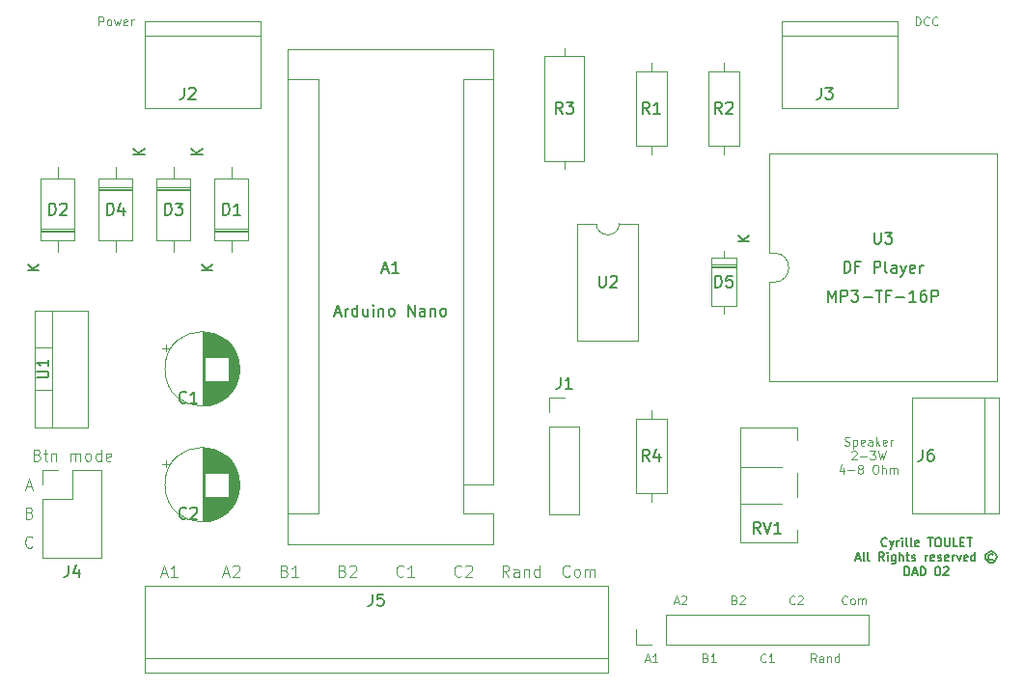
<source format=gbr>
%TF.GenerationSoftware,KiCad,Pcbnew,5.1.10*%
%TF.CreationDate,2021-08-02T12:23:09+02:00*%
%TF.ProjectId,DAD 02,44414420-3032-42e6-9b69-6361645f7063,1.0*%
%TF.SameCoordinates,Original*%
%TF.FileFunction,Legend,Top*%
%TF.FilePolarity,Positive*%
%FSLAX46Y46*%
G04 Gerber Fmt 4.6, Leading zero omitted, Abs format (unit mm)*
G04 Created by KiCad (PCBNEW 5.1.10) date 2021-08-02 12:23:09*
%MOMM*%
%LPD*%
G01*
G04 APERTURE LIST*
%ADD10C,0.100000*%
%ADD11C,0.150000*%
%ADD12C,0.120000*%
G04 APERTURE END LIST*
D10*
X86828571Y-52418571D02*
X86935714Y-52454285D01*
X87114285Y-52454285D01*
X87185714Y-52418571D01*
X87221428Y-52382857D01*
X87257142Y-52311428D01*
X87257142Y-52240000D01*
X87221428Y-52168571D01*
X87185714Y-52132857D01*
X87114285Y-52097142D01*
X86971428Y-52061428D01*
X86900000Y-52025714D01*
X86864285Y-51990000D01*
X86828571Y-51918571D01*
X86828571Y-51847142D01*
X86864285Y-51775714D01*
X86900000Y-51740000D01*
X86971428Y-51704285D01*
X87150000Y-51704285D01*
X87257142Y-51740000D01*
X87578571Y-51954285D02*
X87578571Y-52704285D01*
X87578571Y-51990000D02*
X87650000Y-51954285D01*
X87792857Y-51954285D01*
X87864285Y-51990000D01*
X87900000Y-52025714D01*
X87935714Y-52097142D01*
X87935714Y-52311428D01*
X87900000Y-52382857D01*
X87864285Y-52418571D01*
X87792857Y-52454285D01*
X87650000Y-52454285D01*
X87578571Y-52418571D01*
X88542857Y-52418571D02*
X88471428Y-52454285D01*
X88328571Y-52454285D01*
X88257142Y-52418571D01*
X88221428Y-52347142D01*
X88221428Y-52061428D01*
X88257142Y-51990000D01*
X88328571Y-51954285D01*
X88471428Y-51954285D01*
X88542857Y-51990000D01*
X88578571Y-52061428D01*
X88578571Y-52132857D01*
X88221428Y-52204285D01*
X89221428Y-52454285D02*
X89221428Y-52061428D01*
X89185714Y-51990000D01*
X89114285Y-51954285D01*
X88971428Y-51954285D01*
X88900000Y-51990000D01*
X89221428Y-52418571D02*
X89150000Y-52454285D01*
X88971428Y-52454285D01*
X88900000Y-52418571D01*
X88864285Y-52347142D01*
X88864285Y-52275714D01*
X88900000Y-52204285D01*
X88971428Y-52168571D01*
X89150000Y-52168571D01*
X89221428Y-52132857D01*
X89578571Y-52454285D02*
X89578571Y-51704285D01*
X89650000Y-52168571D02*
X89864285Y-52454285D01*
X89864285Y-51954285D02*
X89578571Y-52240000D01*
X90471428Y-52418571D02*
X90400000Y-52454285D01*
X90257142Y-52454285D01*
X90185714Y-52418571D01*
X90150000Y-52347142D01*
X90150000Y-52061428D01*
X90185714Y-51990000D01*
X90257142Y-51954285D01*
X90400000Y-51954285D01*
X90471428Y-51990000D01*
X90507142Y-52061428D01*
X90507142Y-52132857D01*
X90150000Y-52204285D01*
X90828571Y-52454285D02*
X90828571Y-51954285D01*
X90828571Y-52097142D02*
X90864285Y-52025714D01*
X90900000Y-51990000D01*
X90971428Y-51954285D01*
X91042857Y-51954285D01*
X87435714Y-53000714D02*
X87471428Y-52965000D01*
X87542857Y-52929285D01*
X87721428Y-52929285D01*
X87792857Y-52965000D01*
X87828571Y-53000714D01*
X87864285Y-53072142D01*
X87864285Y-53143571D01*
X87828571Y-53250714D01*
X87400000Y-53679285D01*
X87864285Y-53679285D01*
X88185714Y-53393571D02*
X88757142Y-53393571D01*
X89042857Y-52929285D02*
X89507142Y-52929285D01*
X89257142Y-53215000D01*
X89364285Y-53215000D01*
X89435714Y-53250714D01*
X89471428Y-53286428D01*
X89507142Y-53357857D01*
X89507142Y-53536428D01*
X89471428Y-53607857D01*
X89435714Y-53643571D01*
X89364285Y-53679285D01*
X89150000Y-53679285D01*
X89078571Y-53643571D01*
X89042857Y-53607857D01*
X89757142Y-52929285D02*
X89935714Y-53679285D01*
X90078571Y-53143571D01*
X90221428Y-53679285D01*
X90400000Y-52929285D01*
X86703571Y-54404285D02*
X86703571Y-54904285D01*
X86525000Y-54118571D02*
X86346428Y-54654285D01*
X86810714Y-54654285D01*
X87096428Y-54618571D02*
X87667857Y-54618571D01*
X88132142Y-54475714D02*
X88060714Y-54440000D01*
X88025000Y-54404285D01*
X87989285Y-54332857D01*
X87989285Y-54297142D01*
X88025000Y-54225714D01*
X88060714Y-54190000D01*
X88132142Y-54154285D01*
X88275000Y-54154285D01*
X88346428Y-54190000D01*
X88382142Y-54225714D01*
X88417857Y-54297142D01*
X88417857Y-54332857D01*
X88382142Y-54404285D01*
X88346428Y-54440000D01*
X88275000Y-54475714D01*
X88132142Y-54475714D01*
X88060714Y-54511428D01*
X88025000Y-54547142D01*
X87989285Y-54618571D01*
X87989285Y-54761428D01*
X88025000Y-54832857D01*
X88060714Y-54868571D01*
X88132142Y-54904285D01*
X88275000Y-54904285D01*
X88346428Y-54868571D01*
X88382142Y-54832857D01*
X88417857Y-54761428D01*
X88417857Y-54618571D01*
X88382142Y-54547142D01*
X88346428Y-54511428D01*
X88275000Y-54475714D01*
X89453571Y-54154285D02*
X89596428Y-54154285D01*
X89667857Y-54190000D01*
X89739285Y-54261428D01*
X89775000Y-54404285D01*
X89775000Y-54654285D01*
X89739285Y-54797142D01*
X89667857Y-54868571D01*
X89596428Y-54904285D01*
X89453571Y-54904285D01*
X89382142Y-54868571D01*
X89310714Y-54797142D01*
X89275000Y-54654285D01*
X89275000Y-54404285D01*
X89310714Y-54261428D01*
X89382142Y-54190000D01*
X89453571Y-54154285D01*
X90096428Y-54904285D02*
X90096428Y-54154285D01*
X90417857Y-54904285D02*
X90417857Y-54511428D01*
X90382142Y-54440000D01*
X90310714Y-54404285D01*
X90203571Y-54404285D01*
X90132142Y-54440000D01*
X90096428Y-54475714D01*
X90775000Y-54904285D02*
X90775000Y-54404285D01*
X90775000Y-54475714D02*
X90810714Y-54440000D01*
X90882142Y-54404285D01*
X90989285Y-54404285D01*
X91060714Y-54440000D01*
X91096428Y-54511428D01*
X91096428Y-54904285D01*
X91096428Y-54511428D02*
X91132142Y-54440000D01*
X91203571Y-54404285D01*
X91310714Y-54404285D01*
X91382142Y-54440000D01*
X91417857Y-54511428D01*
X91417857Y-54904285D01*
X93033571Y-15579285D02*
X93033571Y-14829285D01*
X93212142Y-14829285D01*
X93319285Y-14865000D01*
X93390714Y-14936428D01*
X93426428Y-15007857D01*
X93462142Y-15150714D01*
X93462142Y-15257857D01*
X93426428Y-15400714D01*
X93390714Y-15472142D01*
X93319285Y-15543571D01*
X93212142Y-15579285D01*
X93033571Y-15579285D01*
X94212142Y-15507857D02*
X94176428Y-15543571D01*
X94069285Y-15579285D01*
X93997857Y-15579285D01*
X93890714Y-15543571D01*
X93819285Y-15472142D01*
X93783571Y-15400714D01*
X93747857Y-15257857D01*
X93747857Y-15150714D01*
X93783571Y-15007857D01*
X93819285Y-14936428D01*
X93890714Y-14865000D01*
X93997857Y-14829285D01*
X94069285Y-14829285D01*
X94176428Y-14865000D01*
X94212142Y-14900714D01*
X94962142Y-15507857D02*
X94926428Y-15543571D01*
X94819285Y-15579285D01*
X94747857Y-15579285D01*
X94640714Y-15543571D01*
X94569285Y-15472142D01*
X94533571Y-15400714D01*
X94497857Y-15257857D01*
X94497857Y-15150714D01*
X94533571Y-15007857D01*
X94569285Y-14936428D01*
X94640714Y-14865000D01*
X94747857Y-14829285D01*
X94819285Y-14829285D01*
X94926428Y-14865000D01*
X94962142Y-14900714D01*
X21377857Y-15579285D02*
X21377857Y-14829285D01*
X21663571Y-14829285D01*
X21735000Y-14865000D01*
X21770714Y-14900714D01*
X21806428Y-14972142D01*
X21806428Y-15079285D01*
X21770714Y-15150714D01*
X21735000Y-15186428D01*
X21663571Y-15222142D01*
X21377857Y-15222142D01*
X22235000Y-15579285D02*
X22163571Y-15543571D01*
X22127857Y-15507857D01*
X22092142Y-15436428D01*
X22092142Y-15222142D01*
X22127857Y-15150714D01*
X22163571Y-15115000D01*
X22235000Y-15079285D01*
X22342142Y-15079285D01*
X22413571Y-15115000D01*
X22449285Y-15150714D01*
X22485000Y-15222142D01*
X22485000Y-15436428D01*
X22449285Y-15507857D01*
X22413571Y-15543571D01*
X22342142Y-15579285D01*
X22235000Y-15579285D01*
X22735000Y-15079285D02*
X22877857Y-15579285D01*
X23020714Y-15222142D01*
X23163571Y-15579285D01*
X23306428Y-15079285D01*
X23877857Y-15543571D02*
X23806428Y-15579285D01*
X23663571Y-15579285D01*
X23592142Y-15543571D01*
X23556428Y-15472142D01*
X23556428Y-15186428D01*
X23592142Y-15115000D01*
X23663571Y-15079285D01*
X23806428Y-15079285D01*
X23877857Y-15115000D01*
X23913571Y-15186428D01*
X23913571Y-15257857D01*
X23556428Y-15329285D01*
X24235000Y-15579285D02*
X24235000Y-15079285D01*
X24235000Y-15222142D02*
X24270714Y-15150714D01*
X24306428Y-15115000D01*
X24377857Y-15079285D01*
X24449285Y-15079285D01*
D11*
X85360476Y-39822380D02*
X85360476Y-38822380D01*
X85693809Y-39536666D01*
X86027142Y-38822380D01*
X86027142Y-39822380D01*
X86503333Y-39822380D02*
X86503333Y-38822380D01*
X86884285Y-38822380D01*
X86979523Y-38870000D01*
X87027142Y-38917619D01*
X87074761Y-39012857D01*
X87074761Y-39155714D01*
X87027142Y-39250952D01*
X86979523Y-39298571D01*
X86884285Y-39346190D01*
X86503333Y-39346190D01*
X87408095Y-38822380D02*
X88027142Y-38822380D01*
X87693809Y-39203333D01*
X87836666Y-39203333D01*
X87931904Y-39250952D01*
X87979523Y-39298571D01*
X88027142Y-39393809D01*
X88027142Y-39631904D01*
X87979523Y-39727142D01*
X87931904Y-39774761D01*
X87836666Y-39822380D01*
X87550952Y-39822380D01*
X87455714Y-39774761D01*
X87408095Y-39727142D01*
X88455714Y-39441428D02*
X89217619Y-39441428D01*
X89550952Y-38822380D02*
X90122380Y-38822380D01*
X89836666Y-39822380D02*
X89836666Y-38822380D01*
X90789047Y-39298571D02*
X90455714Y-39298571D01*
X90455714Y-39822380D02*
X90455714Y-38822380D01*
X90931904Y-38822380D01*
X91312857Y-39441428D02*
X92074761Y-39441428D01*
X93074761Y-39822380D02*
X92503333Y-39822380D01*
X92789047Y-39822380D02*
X92789047Y-38822380D01*
X92693809Y-38965238D01*
X92598571Y-39060476D01*
X92503333Y-39108095D01*
X93931904Y-38822380D02*
X93741428Y-38822380D01*
X93646190Y-38870000D01*
X93598571Y-38917619D01*
X93503333Y-39060476D01*
X93455714Y-39250952D01*
X93455714Y-39631904D01*
X93503333Y-39727142D01*
X93550952Y-39774761D01*
X93646190Y-39822380D01*
X93836666Y-39822380D01*
X93931904Y-39774761D01*
X93979523Y-39727142D01*
X94027142Y-39631904D01*
X94027142Y-39393809D01*
X93979523Y-39298571D01*
X93931904Y-39250952D01*
X93836666Y-39203333D01*
X93646190Y-39203333D01*
X93550952Y-39250952D01*
X93503333Y-39298571D01*
X93455714Y-39393809D01*
X94455714Y-39822380D02*
X94455714Y-38822380D01*
X94836666Y-38822380D01*
X94931904Y-38870000D01*
X94979523Y-38917619D01*
X95027142Y-39012857D01*
X95027142Y-39155714D01*
X94979523Y-39250952D01*
X94931904Y-39298571D01*
X94836666Y-39346190D01*
X94455714Y-39346190D01*
X86765238Y-37282380D02*
X86765238Y-36282380D01*
X87003333Y-36282380D01*
X87146190Y-36330000D01*
X87241428Y-36425238D01*
X87289047Y-36520476D01*
X87336666Y-36710952D01*
X87336666Y-36853809D01*
X87289047Y-37044285D01*
X87241428Y-37139523D01*
X87146190Y-37234761D01*
X87003333Y-37282380D01*
X86765238Y-37282380D01*
X88098571Y-36758571D02*
X87765238Y-36758571D01*
X87765238Y-37282380D02*
X87765238Y-36282380D01*
X88241428Y-36282380D01*
X89384285Y-37282380D02*
X89384285Y-36282380D01*
X89765238Y-36282380D01*
X89860476Y-36330000D01*
X89908095Y-36377619D01*
X89955714Y-36472857D01*
X89955714Y-36615714D01*
X89908095Y-36710952D01*
X89860476Y-36758571D01*
X89765238Y-36806190D01*
X89384285Y-36806190D01*
X90527142Y-37282380D02*
X90431904Y-37234761D01*
X90384285Y-37139523D01*
X90384285Y-36282380D01*
X91336666Y-37282380D02*
X91336666Y-36758571D01*
X91289047Y-36663333D01*
X91193809Y-36615714D01*
X91003333Y-36615714D01*
X90908095Y-36663333D01*
X91336666Y-37234761D02*
X91241428Y-37282380D01*
X91003333Y-37282380D01*
X90908095Y-37234761D01*
X90860476Y-37139523D01*
X90860476Y-37044285D01*
X90908095Y-36949047D01*
X91003333Y-36901428D01*
X91241428Y-36901428D01*
X91336666Y-36853809D01*
X91717619Y-36615714D02*
X91955714Y-37282380D01*
X92193809Y-36615714D02*
X91955714Y-37282380D01*
X91860476Y-37520476D01*
X91812857Y-37568095D01*
X91717619Y-37615714D01*
X92955714Y-37234761D02*
X92860476Y-37282380D01*
X92670000Y-37282380D01*
X92574761Y-37234761D01*
X92527142Y-37139523D01*
X92527142Y-36758571D01*
X92574761Y-36663333D01*
X92670000Y-36615714D01*
X92860476Y-36615714D01*
X92955714Y-36663333D01*
X93003333Y-36758571D01*
X93003333Y-36853809D01*
X92527142Y-36949047D01*
X93431904Y-37282380D02*
X93431904Y-36615714D01*
X93431904Y-36806190D02*
X93479523Y-36710952D01*
X93527142Y-36663333D01*
X93622380Y-36615714D01*
X93717619Y-36615714D01*
X42132857Y-40806666D02*
X42609047Y-40806666D01*
X42037619Y-41092380D02*
X42370952Y-40092380D01*
X42704285Y-41092380D01*
X43037619Y-41092380D02*
X43037619Y-40425714D01*
X43037619Y-40616190D02*
X43085238Y-40520952D01*
X43132857Y-40473333D01*
X43228095Y-40425714D01*
X43323333Y-40425714D01*
X44085238Y-41092380D02*
X44085238Y-40092380D01*
X44085238Y-41044761D02*
X43990000Y-41092380D01*
X43799523Y-41092380D01*
X43704285Y-41044761D01*
X43656666Y-40997142D01*
X43609047Y-40901904D01*
X43609047Y-40616190D01*
X43656666Y-40520952D01*
X43704285Y-40473333D01*
X43799523Y-40425714D01*
X43990000Y-40425714D01*
X44085238Y-40473333D01*
X44990000Y-40425714D02*
X44990000Y-41092380D01*
X44561428Y-40425714D02*
X44561428Y-40949523D01*
X44609047Y-41044761D01*
X44704285Y-41092380D01*
X44847142Y-41092380D01*
X44942380Y-41044761D01*
X44990000Y-40997142D01*
X45466190Y-41092380D02*
X45466190Y-40425714D01*
X45466190Y-40092380D02*
X45418571Y-40140000D01*
X45466190Y-40187619D01*
X45513809Y-40140000D01*
X45466190Y-40092380D01*
X45466190Y-40187619D01*
X45942380Y-40425714D02*
X45942380Y-41092380D01*
X45942380Y-40520952D02*
X45990000Y-40473333D01*
X46085238Y-40425714D01*
X46228095Y-40425714D01*
X46323333Y-40473333D01*
X46370952Y-40568571D01*
X46370952Y-41092380D01*
X46990000Y-41092380D02*
X46894761Y-41044761D01*
X46847142Y-40997142D01*
X46799523Y-40901904D01*
X46799523Y-40616190D01*
X46847142Y-40520952D01*
X46894761Y-40473333D01*
X46990000Y-40425714D01*
X47132857Y-40425714D01*
X47228095Y-40473333D01*
X47275714Y-40520952D01*
X47323333Y-40616190D01*
X47323333Y-40901904D01*
X47275714Y-40997142D01*
X47228095Y-41044761D01*
X47132857Y-41092380D01*
X46990000Y-41092380D01*
X48513809Y-41092380D02*
X48513809Y-40092380D01*
X49085238Y-41092380D01*
X49085238Y-40092380D01*
X49990000Y-41092380D02*
X49990000Y-40568571D01*
X49942380Y-40473333D01*
X49847142Y-40425714D01*
X49656666Y-40425714D01*
X49561428Y-40473333D01*
X49990000Y-41044761D02*
X49894761Y-41092380D01*
X49656666Y-41092380D01*
X49561428Y-41044761D01*
X49513809Y-40949523D01*
X49513809Y-40854285D01*
X49561428Y-40759047D01*
X49656666Y-40711428D01*
X49894761Y-40711428D01*
X49990000Y-40663809D01*
X50466190Y-40425714D02*
X50466190Y-41092380D01*
X50466190Y-40520952D02*
X50513809Y-40473333D01*
X50609047Y-40425714D01*
X50751904Y-40425714D01*
X50847142Y-40473333D01*
X50894761Y-40568571D01*
X50894761Y-41092380D01*
X51513809Y-41092380D02*
X51418571Y-41044761D01*
X51370952Y-40997142D01*
X51323333Y-40901904D01*
X51323333Y-40616190D01*
X51370952Y-40520952D01*
X51418571Y-40473333D01*
X51513809Y-40425714D01*
X51656666Y-40425714D01*
X51751904Y-40473333D01*
X51799523Y-40520952D01*
X51847142Y-40616190D01*
X51847142Y-40901904D01*
X51799523Y-40997142D01*
X51751904Y-41044761D01*
X51656666Y-41092380D01*
X51513809Y-41092380D01*
D10*
X82425000Y-66307857D02*
X82389285Y-66343571D01*
X82282142Y-66379285D01*
X82210714Y-66379285D01*
X82103571Y-66343571D01*
X82032142Y-66272142D01*
X81996428Y-66200714D01*
X81960714Y-66057857D01*
X81960714Y-65950714D01*
X81996428Y-65807857D01*
X82032142Y-65736428D01*
X82103571Y-65665000D01*
X82210714Y-65629285D01*
X82282142Y-65629285D01*
X82389285Y-65665000D01*
X82425000Y-65700714D01*
X82710714Y-65700714D02*
X82746428Y-65665000D01*
X82817857Y-65629285D01*
X82996428Y-65629285D01*
X83067857Y-65665000D01*
X83103571Y-65700714D01*
X83139285Y-65772142D01*
X83139285Y-65843571D01*
X83103571Y-65950714D01*
X82675000Y-66379285D01*
X83139285Y-66379285D01*
X77166428Y-65986428D02*
X77273571Y-66022142D01*
X77309285Y-66057857D01*
X77345000Y-66129285D01*
X77345000Y-66236428D01*
X77309285Y-66307857D01*
X77273571Y-66343571D01*
X77202142Y-66379285D01*
X76916428Y-66379285D01*
X76916428Y-65629285D01*
X77166428Y-65629285D01*
X77237857Y-65665000D01*
X77273571Y-65700714D01*
X77309285Y-65772142D01*
X77309285Y-65843571D01*
X77273571Y-65915000D01*
X77237857Y-65950714D01*
X77166428Y-65986428D01*
X76916428Y-65986428D01*
X77630714Y-65700714D02*
X77666428Y-65665000D01*
X77737857Y-65629285D01*
X77916428Y-65629285D01*
X77987857Y-65665000D01*
X78023571Y-65700714D01*
X78059285Y-65772142D01*
X78059285Y-65843571D01*
X78023571Y-65950714D01*
X77595000Y-66379285D01*
X78059285Y-66379285D01*
X71854285Y-66165000D02*
X72211428Y-66165000D01*
X71782857Y-66379285D02*
X72032857Y-65629285D01*
X72282857Y-66379285D01*
X72497142Y-65700714D02*
X72532857Y-65665000D01*
X72604285Y-65629285D01*
X72782857Y-65629285D01*
X72854285Y-65665000D01*
X72890000Y-65700714D01*
X72925714Y-65772142D01*
X72925714Y-65843571D01*
X72890000Y-65950714D01*
X72461428Y-66379285D01*
X72925714Y-66379285D01*
X84304285Y-71459285D02*
X84054285Y-71102142D01*
X83875714Y-71459285D02*
X83875714Y-70709285D01*
X84161428Y-70709285D01*
X84232857Y-70745000D01*
X84268571Y-70780714D01*
X84304285Y-70852142D01*
X84304285Y-70959285D01*
X84268571Y-71030714D01*
X84232857Y-71066428D01*
X84161428Y-71102142D01*
X83875714Y-71102142D01*
X84947142Y-71459285D02*
X84947142Y-71066428D01*
X84911428Y-70995000D01*
X84840000Y-70959285D01*
X84697142Y-70959285D01*
X84625714Y-70995000D01*
X84947142Y-71423571D02*
X84875714Y-71459285D01*
X84697142Y-71459285D01*
X84625714Y-71423571D01*
X84590000Y-71352142D01*
X84590000Y-71280714D01*
X84625714Y-71209285D01*
X84697142Y-71173571D01*
X84875714Y-71173571D01*
X84947142Y-71137857D01*
X85304285Y-70959285D02*
X85304285Y-71459285D01*
X85304285Y-71030714D02*
X85340000Y-70995000D01*
X85411428Y-70959285D01*
X85518571Y-70959285D01*
X85590000Y-70995000D01*
X85625714Y-71066428D01*
X85625714Y-71459285D01*
X86304285Y-71459285D02*
X86304285Y-70709285D01*
X86304285Y-71423571D02*
X86232857Y-71459285D01*
X86090000Y-71459285D01*
X86018571Y-71423571D01*
X85982857Y-71387857D01*
X85947142Y-71316428D01*
X85947142Y-71102142D01*
X85982857Y-71030714D01*
X86018571Y-70995000D01*
X86090000Y-70959285D01*
X86232857Y-70959285D01*
X86304285Y-70995000D01*
X79885000Y-71387857D02*
X79849285Y-71423571D01*
X79742142Y-71459285D01*
X79670714Y-71459285D01*
X79563571Y-71423571D01*
X79492142Y-71352142D01*
X79456428Y-71280714D01*
X79420714Y-71137857D01*
X79420714Y-71030714D01*
X79456428Y-70887857D01*
X79492142Y-70816428D01*
X79563571Y-70745000D01*
X79670714Y-70709285D01*
X79742142Y-70709285D01*
X79849285Y-70745000D01*
X79885000Y-70780714D01*
X80599285Y-71459285D02*
X80170714Y-71459285D01*
X80385000Y-71459285D02*
X80385000Y-70709285D01*
X80313571Y-70816428D01*
X80242142Y-70887857D01*
X80170714Y-70923571D01*
X74626428Y-71066428D02*
X74733571Y-71102142D01*
X74769285Y-71137857D01*
X74805000Y-71209285D01*
X74805000Y-71316428D01*
X74769285Y-71387857D01*
X74733571Y-71423571D01*
X74662142Y-71459285D01*
X74376428Y-71459285D01*
X74376428Y-70709285D01*
X74626428Y-70709285D01*
X74697857Y-70745000D01*
X74733571Y-70780714D01*
X74769285Y-70852142D01*
X74769285Y-70923571D01*
X74733571Y-70995000D01*
X74697857Y-71030714D01*
X74626428Y-71066428D01*
X74376428Y-71066428D01*
X75519285Y-71459285D02*
X75090714Y-71459285D01*
X75305000Y-71459285D02*
X75305000Y-70709285D01*
X75233571Y-70816428D01*
X75162142Y-70887857D01*
X75090714Y-70923571D01*
X69314285Y-71245000D02*
X69671428Y-71245000D01*
X69242857Y-71459285D02*
X69492857Y-70709285D01*
X69742857Y-71459285D01*
X70385714Y-71459285D02*
X69957142Y-71459285D01*
X70171428Y-71459285D02*
X70171428Y-70709285D01*
X70100000Y-70816428D01*
X70028571Y-70887857D01*
X69957142Y-70923571D01*
X57372380Y-63952380D02*
X57039047Y-63476190D01*
X56800952Y-63952380D02*
X56800952Y-62952380D01*
X57181904Y-62952380D01*
X57277142Y-63000000D01*
X57324761Y-63047619D01*
X57372380Y-63142857D01*
X57372380Y-63285714D01*
X57324761Y-63380952D01*
X57277142Y-63428571D01*
X57181904Y-63476190D01*
X56800952Y-63476190D01*
X58229523Y-63952380D02*
X58229523Y-63428571D01*
X58181904Y-63333333D01*
X58086666Y-63285714D01*
X57896190Y-63285714D01*
X57800952Y-63333333D01*
X58229523Y-63904761D02*
X58134285Y-63952380D01*
X57896190Y-63952380D01*
X57800952Y-63904761D01*
X57753333Y-63809523D01*
X57753333Y-63714285D01*
X57800952Y-63619047D01*
X57896190Y-63571428D01*
X58134285Y-63571428D01*
X58229523Y-63523809D01*
X58705714Y-63285714D02*
X58705714Y-63952380D01*
X58705714Y-63380952D02*
X58753333Y-63333333D01*
X58848571Y-63285714D01*
X58991428Y-63285714D01*
X59086666Y-63333333D01*
X59134285Y-63428571D01*
X59134285Y-63952380D01*
X60039047Y-63952380D02*
X60039047Y-62952380D01*
X60039047Y-63904761D02*
X59943809Y-63952380D01*
X59753333Y-63952380D01*
X59658095Y-63904761D01*
X59610476Y-63857142D01*
X59562857Y-63761904D01*
X59562857Y-63476190D01*
X59610476Y-63380952D01*
X59658095Y-63333333D01*
X59753333Y-63285714D01*
X59943809Y-63285714D01*
X60039047Y-63333333D01*
X53173333Y-63857142D02*
X53125714Y-63904761D01*
X52982857Y-63952380D01*
X52887619Y-63952380D01*
X52744761Y-63904761D01*
X52649523Y-63809523D01*
X52601904Y-63714285D01*
X52554285Y-63523809D01*
X52554285Y-63380952D01*
X52601904Y-63190476D01*
X52649523Y-63095238D01*
X52744761Y-63000000D01*
X52887619Y-62952380D01*
X52982857Y-62952380D01*
X53125714Y-63000000D01*
X53173333Y-63047619D01*
X53554285Y-63047619D02*
X53601904Y-63000000D01*
X53697142Y-62952380D01*
X53935238Y-62952380D01*
X54030476Y-63000000D01*
X54078095Y-63047619D01*
X54125714Y-63142857D01*
X54125714Y-63238095D01*
X54078095Y-63380952D01*
X53506666Y-63952380D01*
X54125714Y-63952380D01*
X48093333Y-63857142D02*
X48045714Y-63904761D01*
X47902857Y-63952380D01*
X47807619Y-63952380D01*
X47664761Y-63904761D01*
X47569523Y-63809523D01*
X47521904Y-63714285D01*
X47474285Y-63523809D01*
X47474285Y-63380952D01*
X47521904Y-63190476D01*
X47569523Y-63095238D01*
X47664761Y-63000000D01*
X47807619Y-62952380D01*
X47902857Y-62952380D01*
X48045714Y-63000000D01*
X48093333Y-63047619D01*
X49045714Y-63952380D02*
X48474285Y-63952380D01*
X48760000Y-63952380D02*
X48760000Y-62952380D01*
X48664761Y-63095238D01*
X48569523Y-63190476D01*
X48474285Y-63238095D01*
X42775238Y-63428571D02*
X42918095Y-63476190D01*
X42965714Y-63523809D01*
X43013333Y-63619047D01*
X43013333Y-63761904D01*
X42965714Y-63857142D01*
X42918095Y-63904761D01*
X42822857Y-63952380D01*
X42441904Y-63952380D01*
X42441904Y-62952380D01*
X42775238Y-62952380D01*
X42870476Y-63000000D01*
X42918095Y-63047619D01*
X42965714Y-63142857D01*
X42965714Y-63238095D01*
X42918095Y-63333333D01*
X42870476Y-63380952D01*
X42775238Y-63428571D01*
X42441904Y-63428571D01*
X43394285Y-63047619D02*
X43441904Y-63000000D01*
X43537142Y-62952380D01*
X43775238Y-62952380D01*
X43870476Y-63000000D01*
X43918095Y-63047619D01*
X43965714Y-63142857D01*
X43965714Y-63238095D01*
X43918095Y-63380952D01*
X43346666Y-63952380D01*
X43965714Y-63952380D01*
X37695238Y-63428571D02*
X37838095Y-63476190D01*
X37885714Y-63523809D01*
X37933333Y-63619047D01*
X37933333Y-63761904D01*
X37885714Y-63857142D01*
X37838095Y-63904761D01*
X37742857Y-63952380D01*
X37361904Y-63952380D01*
X37361904Y-62952380D01*
X37695238Y-62952380D01*
X37790476Y-63000000D01*
X37838095Y-63047619D01*
X37885714Y-63142857D01*
X37885714Y-63238095D01*
X37838095Y-63333333D01*
X37790476Y-63380952D01*
X37695238Y-63428571D01*
X37361904Y-63428571D01*
X38885714Y-63952380D02*
X38314285Y-63952380D01*
X38600000Y-63952380D02*
X38600000Y-62952380D01*
X38504761Y-63095238D01*
X38409523Y-63190476D01*
X38314285Y-63238095D01*
X32305714Y-63666666D02*
X32781904Y-63666666D01*
X32210476Y-63952380D02*
X32543809Y-62952380D01*
X32877142Y-63952380D01*
X33162857Y-63047619D02*
X33210476Y-63000000D01*
X33305714Y-62952380D01*
X33543809Y-62952380D01*
X33639047Y-63000000D01*
X33686666Y-63047619D01*
X33734285Y-63142857D01*
X33734285Y-63238095D01*
X33686666Y-63380952D01*
X33115238Y-63952380D01*
X33734285Y-63952380D01*
X16002380Y-53268571D02*
X16145238Y-53316190D01*
X16192857Y-53363809D01*
X16240476Y-53459047D01*
X16240476Y-53601904D01*
X16192857Y-53697142D01*
X16145238Y-53744761D01*
X16050000Y-53792380D01*
X15669047Y-53792380D01*
X15669047Y-52792380D01*
X16002380Y-52792380D01*
X16097619Y-52840000D01*
X16145238Y-52887619D01*
X16192857Y-52982857D01*
X16192857Y-53078095D01*
X16145238Y-53173333D01*
X16097619Y-53220952D01*
X16002380Y-53268571D01*
X15669047Y-53268571D01*
X16526190Y-53125714D02*
X16907142Y-53125714D01*
X16669047Y-52792380D02*
X16669047Y-53649523D01*
X16716666Y-53744761D01*
X16811904Y-53792380D01*
X16907142Y-53792380D01*
X17240476Y-53125714D02*
X17240476Y-53792380D01*
X17240476Y-53220952D02*
X17288095Y-53173333D01*
X17383333Y-53125714D01*
X17526190Y-53125714D01*
X17621428Y-53173333D01*
X17669047Y-53268571D01*
X17669047Y-53792380D01*
X18907142Y-53792380D02*
X18907142Y-53125714D01*
X18907142Y-53220952D02*
X18954761Y-53173333D01*
X19050000Y-53125714D01*
X19192857Y-53125714D01*
X19288095Y-53173333D01*
X19335714Y-53268571D01*
X19335714Y-53792380D01*
X19335714Y-53268571D02*
X19383333Y-53173333D01*
X19478571Y-53125714D01*
X19621428Y-53125714D01*
X19716666Y-53173333D01*
X19764285Y-53268571D01*
X19764285Y-53792380D01*
X20383333Y-53792380D02*
X20288095Y-53744761D01*
X20240476Y-53697142D01*
X20192857Y-53601904D01*
X20192857Y-53316190D01*
X20240476Y-53220952D01*
X20288095Y-53173333D01*
X20383333Y-53125714D01*
X20526190Y-53125714D01*
X20621428Y-53173333D01*
X20669047Y-53220952D01*
X20716666Y-53316190D01*
X20716666Y-53601904D01*
X20669047Y-53697142D01*
X20621428Y-53744761D01*
X20526190Y-53792380D01*
X20383333Y-53792380D01*
X21573809Y-53792380D02*
X21573809Y-52792380D01*
X21573809Y-53744761D02*
X21478571Y-53792380D01*
X21288095Y-53792380D01*
X21192857Y-53744761D01*
X21145238Y-53697142D01*
X21097619Y-53601904D01*
X21097619Y-53316190D01*
X21145238Y-53220952D01*
X21192857Y-53173333D01*
X21288095Y-53125714D01*
X21478571Y-53125714D01*
X21573809Y-53173333D01*
X22430952Y-53744761D02*
X22335714Y-53792380D01*
X22145238Y-53792380D01*
X22050000Y-53744761D01*
X22002380Y-53649523D01*
X22002380Y-53268571D01*
X22050000Y-53173333D01*
X22145238Y-53125714D01*
X22335714Y-53125714D01*
X22430952Y-53173333D01*
X22478571Y-53268571D01*
X22478571Y-53363809D01*
X22002380Y-53459047D01*
X15549523Y-61317142D02*
X15501904Y-61364761D01*
X15359047Y-61412380D01*
X15263809Y-61412380D01*
X15120952Y-61364761D01*
X15025714Y-61269523D01*
X14978095Y-61174285D01*
X14930476Y-60983809D01*
X14930476Y-60840952D01*
X14978095Y-60650476D01*
X15025714Y-60555238D01*
X15120952Y-60460000D01*
X15263809Y-60412380D01*
X15359047Y-60412380D01*
X15501904Y-60460000D01*
X15549523Y-60507619D01*
X15001904Y-56046666D02*
X15478095Y-56046666D01*
X14906666Y-56332380D02*
X15240000Y-55332380D01*
X15573333Y-56332380D01*
X15311428Y-58348571D02*
X15454285Y-58396190D01*
X15501904Y-58443809D01*
X15549523Y-58539047D01*
X15549523Y-58681904D01*
X15501904Y-58777142D01*
X15454285Y-58824761D01*
X15359047Y-58872380D01*
X14978095Y-58872380D01*
X14978095Y-57872380D01*
X15311428Y-57872380D01*
X15406666Y-57920000D01*
X15454285Y-57967619D01*
X15501904Y-58062857D01*
X15501904Y-58158095D01*
X15454285Y-58253333D01*
X15406666Y-58300952D01*
X15311428Y-58348571D01*
X14978095Y-58348571D01*
X26844761Y-63666666D02*
X27320952Y-63666666D01*
X26749523Y-63952380D02*
X27082857Y-62952380D01*
X27416190Y-63952380D01*
X28273333Y-63952380D02*
X27701904Y-63952380D01*
X27987619Y-63952380D02*
X27987619Y-62952380D01*
X27892380Y-63095238D01*
X27797142Y-63190476D01*
X27701904Y-63238095D01*
X87022857Y-66307857D02*
X86987142Y-66343571D01*
X86880000Y-66379285D01*
X86808571Y-66379285D01*
X86701428Y-66343571D01*
X86630000Y-66272142D01*
X86594285Y-66200714D01*
X86558571Y-66057857D01*
X86558571Y-65950714D01*
X86594285Y-65807857D01*
X86630000Y-65736428D01*
X86701428Y-65665000D01*
X86808571Y-65629285D01*
X86880000Y-65629285D01*
X86987142Y-65665000D01*
X87022857Y-65700714D01*
X87451428Y-66379285D02*
X87380000Y-66343571D01*
X87344285Y-66307857D01*
X87308571Y-66236428D01*
X87308571Y-66022142D01*
X87344285Y-65950714D01*
X87380000Y-65915000D01*
X87451428Y-65879285D01*
X87558571Y-65879285D01*
X87630000Y-65915000D01*
X87665714Y-65950714D01*
X87701428Y-66022142D01*
X87701428Y-66236428D01*
X87665714Y-66307857D01*
X87630000Y-66343571D01*
X87558571Y-66379285D01*
X87451428Y-66379285D01*
X88022857Y-66379285D02*
X88022857Y-65879285D01*
X88022857Y-65950714D02*
X88058571Y-65915000D01*
X88130000Y-65879285D01*
X88237142Y-65879285D01*
X88308571Y-65915000D01*
X88344285Y-65986428D01*
X88344285Y-66379285D01*
X88344285Y-65986428D02*
X88380000Y-65915000D01*
X88451428Y-65879285D01*
X88558571Y-65879285D01*
X88630000Y-65915000D01*
X88665714Y-65986428D01*
X88665714Y-66379285D01*
X62690476Y-63857142D02*
X62642857Y-63904761D01*
X62500000Y-63952380D01*
X62404761Y-63952380D01*
X62261904Y-63904761D01*
X62166666Y-63809523D01*
X62119047Y-63714285D01*
X62071428Y-63523809D01*
X62071428Y-63380952D01*
X62119047Y-63190476D01*
X62166666Y-63095238D01*
X62261904Y-63000000D01*
X62404761Y-62952380D01*
X62500000Y-62952380D01*
X62642857Y-63000000D01*
X62690476Y-63047619D01*
X63261904Y-63952380D02*
X63166666Y-63904761D01*
X63119047Y-63857142D01*
X63071428Y-63761904D01*
X63071428Y-63476190D01*
X63119047Y-63380952D01*
X63166666Y-63333333D01*
X63261904Y-63285714D01*
X63404761Y-63285714D01*
X63500000Y-63333333D01*
X63547619Y-63380952D01*
X63595238Y-63476190D01*
X63595238Y-63761904D01*
X63547619Y-63857142D01*
X63500000Y-63904761D01*
X63404761Y-63952380D01*
X63261904Y-63952380D01*
X64023809Y-63952380D02*
X64023809Y-63285714D01*
X64023809Y-63380952D02*
X64071428Y-63333333D01*
X64166666Y-63285714D01*
X64309523Y-63285714D01*
X64404761Y-63333333D01*
X64452380Y-63428571D01*
X64452380Y-63952380D01*
X64452380Y-63428571D02*
X64500000Y-63333333D01*
X64595238Y-63285714D01*
X64738095Y-63285714D01*
X64833333Y-63333333D01*
X64880952Y-63428571D01*
X64880952Y-63952380D01*
D11*
X90515714Y-61222857D02*
X90480000Y-61258571D01*
X90372857Y-61294285D01*
X90301428Y-61294285D01*
X90194285Y-61258571D01*
X90122857Y-61187142D01*
X90087142Y-61115714D01*
X90051428Y-60972857D01*
X90051428Y-60865714D01*
X90087142Y-60722857D01*
X90122857Y-60651428D01*
X90194285Y-60580000D01*
X90301428Y-60544285D01*
X90372857Y-60544285D01*
X90480000Y-60580000D01*
X90515714Y-60615714D01*
X90765714Y-60794285D02*
X90944285Y-61294285D01*
X91122857Y-60794285D02*
X90944285Y-61294285D01*
X90872857Y-61472857D01*
X90837142Y-61508571D01*
X90765714Y-61544285D01*
X91408571Y-61294285D02*
X91408571Y-60794285D01*
X91408571Y-60937142D02*
X91444285Y-60865714D01*
X91480000Y-60830000D01*
X91551428Y-60794285D01*
X91622857Y-60794285D01*
X91872857Y-61294285D02*
X91872857Y-60794285D01*
X91872857Y-60544285D02*
X91837142Y-60580000D01*
X91872857Y-60615714D01*
X91908571Y-60580000D01*
X91872857Y-60544285D01*
X91872857Y-60615714D01*
X92337142Y-61294285D02*
X92265714Y-61258571D01*
X92230000Y-61187142D01*
X92230000Y-60544285D01*
X92730000Y-61294285D02*
X92658571Y-61258571D01*
X92622857Y-61187142D01*
X92622857Y-60544285D01*
X93301428Y-61258571D02*
X93230000Y-61294285D01*
X93087142Y-61294285D01*
X93015714Y-61258571D01*
X92980000Y-61187142D01*
X92980000Y-60901428D01*
X93015714Y-60830000D01*
X93087142Y-60794285D01*
X93230000Y-60794285D01*
X93301428Y-60830000D01*
X93337142Y-60901428D01*
X93337142Y-60972857D01*
X92980000Y-61044285D01*
X94122857Y-60544285D02*
X94551428Y-60544285D01*
X94337142Y-61294285D02*
X94337142Y-60544285D01*
X94944285Y-60544285D02*
X95087142Y-60544285D01*
X95158571Y-60580000D01*
X95230000Y-60651428D01*
X95265714Y-60794285D01*
X95265714Y-61044285D01*
X95230000Y-61187142D01*
X95158571Y-61258571D01*
X95087142Y-61294285D01*
X94944285Y-61294285D01*
X94872857Y-61258571D01*
X94801428Y-61187142D01*
X94765714Y-61044285D01*
X94765714Y-60794285D01*
X94801428Y-60651428D01*
X94872857Y-60580000D01*
X94944285Y-60544285D01*
X95587142Y-60544285D02*
X95587142Y-61151428D01*
X95622857Y-61222857D01*
X95658571Y-61258571D01*
X95730000Y-61294285D01*
X95872857Y-61294285D01*
X95944285Y-61258571D01*
X95980000Y-61222857D01*
X96015714Y-61151428D01*
X96015714Y-60544285D01*
X96730000Y-61294285D02*
X96372857Y-61294285D01*
X96372857Y-60544285D01*
X96980000Y-60901428D02*
X97230000Y-60901428D01*
X97337142Y-61294285D02*
X96980000Y-61294285D01*
X96980000Y-60544285D01*
X97337142Y-60544285D01*
X97551428Y-60544285D02*
X97980000Y-60544285D01*
X97765714Y-61294285D02*
X97765714Y-60544285D01*
X87801428Y-62355000D02*
X88158571Y-62355000D01*
X87730000Y-62569285D02*
X87980000Y-61819285D01*
X88230000Y-62569285D01*
X88587142Y-62569285D02*
X88515714Y-62533571D01*
X88480000Y-62462142D01*
X88480000Y-61819285D01*
X88980000Y-62569285D02*
X88908571Y-62533571D01*
X88872857Y-62462142D01*
X88872857Y-61819285D01*
X90265714Y-62569285D02*
X90015714Y-62212142D01*
X89837142Y-62569285D02*
X89837142Y-61819285D01*
X90122857Y-61819285D01*
X90194285Y-61855000D01*
X90230000Y-61890714D01*
X90265714Y-61962142D01*
X90265714Y-62069285D01*
X90230000Y-62140714D01*
X90194285Y-62176428D01*
X90122857Y-62212142D01*
X89837142Y-62212142D01*
X90587142Y-62569285D02*
X90587142Y-62069285D01*
X90587142Y-61819285D02*
X90551428Y-61855000D01*
X90587142Y-61890714D01*
X90622857Y-61855000D01*
X90587142Y-61819285D01*
X90587142Y-61890714D01*
X91265714Y-62069285D02*
X91265714Y-62676428D01*
X91230000Y-62747857D01*
X91194285Y-62783571D01*
X91122857Y-62819285D01*
X91015714Y-62819285D01*
X90944285Y-62783571D01*
X91265714Y-62533571D02*
X91194285Y-62569285D01*
X91051428Y-62569285D01*
X90980000Y-62533571D01*
X90944285Y-62497857D01*
X90908571Y-62426428D01*
X90908571Y-62212142D01*
X90944285Y-62140714D01*
X90980000Y-62105000D01*
X91051428Y-62069285D01*
X91194285Y-62069285D01*
X91265714Y-62105000D01*
X91622857Y-62569285D02*
X91622857Y-61819285D01*
X91944285Y-62569285D02*
X91944285Y-62176428D01*
X91908571Y-62105000D01*
X91837142Y-62069285D01*
X91730000Y-62069285D01*
X91658571Y-62105000D01*
X91622857Y-62140714D01*
X92194285Y-62069285D02*
X92480000Y-62069285D01*
X92301428Y-61819285D02*
X92301428Y-62462142D01*
X92337142Y-62533571D01*
X92408571Y-62569285D01*
X92480000Y-62569285D01*
X92694285Y-62533571D02*
X92765714Y-62569285D01*
X92908571Y-62569285D01*
X92980000Y-62533571D01*
X93015714Y-62462142D01*
X93015714Y-62426428D01*
X92980000Y-62355000D01*
X92908571Y-62319285D01*
X92801428Y-62319285D01*
X92730000Y-62283571D01*
X92694285Y-62212142D01*
X92694285Y-62176428D01*
X92730000Y-62105000D01*
X92801428Y-62069285D01*
X92908571Y-62069285D01*
X92980000Y-62105000D01*
X93908571Y-62569285D02*
X93908571Y-62069285D01*
X93908571Y-62212142D02*
X93944285Y-62140714D01*
X93980000Y-62105000D01*
X94051428Y-62069285D01*
X94122857Y-62069285D01*
X94658571Y-62533571D02*
X94587142Y-62569285D01*
X94444285Y-62569285D01*
X94372857Y-62533571D01*
X94337142Y-62462142D01*
X94337142Y-62176428D01*
X94372857Y-62105000D01*
X94444285Y-62069285D01*
X94587142Y-62069285D01*
X94658571Y-62105000D01*
X94694285Y-62176428D01*
X94694285Y-62247857D01*
X94337142Y-62319285D01*
X94980000Y-62533571D02*
X95051428Y-62569285D01*
X95194285Y-62569285D01*
X95265714Y-62533571D01*
X95301428Y-62462142D01*
X95301428Y-62426428D01*
X95265714Y-62355000D01*
X95194285Y-62319285D01*
X95087142Y-62319285D01*
X95015714Y-62283571D01*
X94980000Y-62212142D01*
X94980000Y-62176428D01*
X95015714Y-62105000D01*
X95087142Y-62069285D01*
X95194285Y-62069285D01*
X95265714Y-62105000D01*
X95908571Y-62533571D02*
X95837142Y-62569285D01*
X95694285Y-62569285D01*
X95622857Y-62533571D01*
X95587142Y-62462142D01*
X95587142Y-62176428D01*
X95622857Y-62105000D01*
X95694285Y-62069285D01*
X95837142Y-62069285D01*
X95908571Y-62105000D01*
X95944285Y-62176428D01*
X95944285Y-62247857D01*
X95587142Y-62319285D01*
X96265714Y-62569285D02*
X96265714Y-62069285D01*
X96265714Y-62212142D02*
X96301428Y-62140714D01*
X96337142Y-62105000D01*
X96408571Y-62069285D01*
X96480000Y-62069285D01*
X96658571Y-62069285D02*
X96837142Y-62569285D01*
X97015714Y-62069285D01*
X97587142Y-62533571D02*
X97515714Y-62569285D01*
X97372857Y-62569285D01*
X97301428Y-62533571D01*
X97265714Y-62462142D01*
X97265714Y-62176428D01*
X97301428Y-62105000D01*
X97372857Y-62069285D01*
X97515714Y-62069285D01*
X97587142Y-62105000D01*
X97622857Y-62176428D01*
X97622857Y-62247857D01*
X97265714Y-62319285D01*
X98265714Y-62569285D02*
X98265714Y-61819285D01*
X98265714Y-62533571D02*
X98194285Y-62569285D01*
X98051428Y-62569285D01*
X97980000Y-62533571D01*
X97944285Y-62497857D01*
X97908571Y-62426428D01*
X97908571Y-62212142D01*
X97944285Y-62140714D01*
X97980000Y-62105000D01*
X98051428Y-62069285D01*
X98194285Y-62069285D01*
X98265714Y-62105000D01*
X99801428Y-61997857D02*
X99730000Y-61962142D01*
X99587142Y-61962142D01*
X99515714Y-61997857D01*
X99444285Y-62069285D01*
X99408571Y-62140714D01*
X99408571Y-62283571D01*
X99444285Y-62355000D01*
X99515714Y-62426428D01*
X99587142Y-62462142D01*
X99730000Y-62462142D01*
X99801428Y-62426428D01*
X99658571Y-61712142D02*
X99480000Y-61747857D01*
X99301428Y-61855000D01*
X99194285Y-62033571D01*
X99158571Y-62212142D01*
X99194285Y-62390714D01*
X99301428Y-62569285D01*
X99480000Y-62676428D01*
X99658571Y-62712142D01*
X99837142Y-62676428D01*
X100015714Y-62569285D01*
X100122857Y-62390714D01*
X100158571Y-62212142D01*
X100122857Y-62033571D01*
X100015714Y-61855000D01*
X99837142Y-61747857D01*
X99658571Y-61712142D01*
X92087142Y-63844285D02*
X92087142Y-63094285D01*
X92265714Y-63094285D01*
X92372857Y-63130000D01*
X92444285Y-63201428D01*
X92480000Y-63272857D01*
X92515714Y-63415714D01*
X92515714Y-63522857D01*
X92480000Y-63665714D01*
X92444285Y-63737142D01*
X92372857Y-63808571D01*
X92265714Y-63844285D01*
X92087142Y-63844285D01*
X92801428Y-63630000D02*
X93158571Y-63630000D01*
X92730000Y-63844285D02*
X92980000Y-63094285D01*
X93230000Y-63844285D01*
X93480000Y-63844285D02*
X93480000Y-63094285D01*
X93658571Y-63094285D01*
X93765714Y-63130000D01*
X93837142Y-63201428D01*
X93872857Y-63272857D01*
X93908571Y-63415714D01*
X93908571Y-63522857D01*
X93872857Y-63665714D01*
X93837142Y-63737142D01*
X93765714Y-63808571D01*
X93658571Y-63844285D01*
X93480000Y-63844285D01*
X94944285Y-63094285D02*
X95015714Y-63094285D01*
X95087142Y-63130000D01*
X95122857Y-63165714D01*
X95158571Y-63237142D01*
X95194285Y-63380000D01*
X95194285Y-63558571D01*
X95158571Y-63701428D01*
X95122857Y-63772857D01*
X95087142Y-63808571D01*
X95015714Y-63844285D01*
X94944285Y-63844285D01*
X94872857Y-63808571D01*
X94837142Y-63772857D01*
X94801428Y-63701428D01*
X94765714Y-63558571D01*
X94765714Y-63380000D01*
X94801428Y-63237142D01*
X94837142Y-63165714D01*
X94872857Y-63130000D01*
X94944285Y-63094285D01*
X95480000Y-63165714D02*
X95515714Y-63130000D01*
X95587142Y-63094285D01*
X95765714Y-63094285D01*
X95837142Y-63130000D01*
X95872857Y-63165714D01*
X95908571Y-63237142D01*
X95908571Y-63308571D01*
X95872857Y-63415714D01*
X95444285Y-63844285D01*
X95908571Y-63844285D01*
D12*
%TO.C,A1*%
X37970000Y-61090000D02*
X56010000Y-61090000D01*
X37970000Y-17650000D02*
X37970000Y-61090000D01*
X56010000Y-17650000D02*
X37970000Y-17650000D01*
X53340000Y-20320000D02*
X56010000Y-20320000D01*
X53340000Y-55880000D02*
X53340000Y-20320000D01*
X53340000Y-55880000D02*
X56010000Y-55880000D01*
X40640000Y-20320000D02*
X37970000Y-20320000D01*
X40640000Y-58420000D02*
X40640000Y-20320000D01*
X40640000Y-58420000D02*
X37970000Y-58420000D01*
X56010000Y-61090000D02*
X56010000Y-58420000D01*
X56010000Y-55880000D02*
X56010000Y-17650000D01*
X53340000Y-58420000D02*
X56010000Y-58420000D01*
X53340000Y-55880000D02*
X53340000Y-58420000D01*
%TO.C,C1*%
X33730000Y-45720000D02*
G75*
G03*
X33730000Y-45720000I-3270000J0D01*
G01*
X30460000Y-42490000D02*
X30460000Y-48950000D01*
X30500000Y-42490000D02*
X30500000Y-48950000D01*
X30540000Y-42490000D02*
X30540000Y-48950000D01*
X30580000Y-42492000D02*
X30580000Y-48948000D01*
X30620000Y-42493000D02*
X30620000Y-48947000D01*
X30660000Y-42496000D02*
X30660000Y-48944000D01*
X30700000Y-42498000D02*
X30700000Y-44680000D01*
X30700000Y-46760000D02*
X30700000Y-48942000D01*
X30740000Y-42502000D02*
X30740000Y-44680000D01*
X30740000Y-46760000D02*
X30740000Y-48938000D01*
X30780000Y-42505000D02*
X30780000Y-44680000D01*
X30780000Y-46760000D02*
X30780000Y-48935000D01*
X30820000Y-42509000D02*
X30820000Y-44680000D01*
X30820000Y-46760000D02*
X30820000Y-48931000D01*
X30860000Y-42514000D02*
X30860000Y-44680000D01*
X30860000Y-46760000D02*
X30860000Y-48926000D01*
X30900000Y-42519000D02*
X30900000Y-44680000D01*
X30900000Y-46760000D02*
X30900000Y-48921000D01*
X30940000Y-42525000D02*
X30940000Y-44680000D01*
X30940000Y-46760000D02*
X30940000Y-48915000D01*
X30980000Y-42531000D02*
X30980000Y-44680000D01*
X30980000Y-46760000D02*
X30980000Y-48909000D01*
X31020000Y-42538000D02*
X31020000Y-44680000D01*
X31020000Y-46760000D02*
X31020000Y-48902000D01*
X31060000Y-42545000D02*
X31060000Y-44680000D01*
X31060000Y-46760000D02*
X31060000Y-48895000D01*
X31100000Y-42553000D02*
X31100000Y-44680000D01*
X31100000Y-46760000D02*
X31100000Y-48887000D01*
X31140000Y-42561000D02*
X31140000Y-44680000D01*
X31140000Y-46760000D02*
X31140000Y-48879000D01*
X31181000Y-42570000D02*
X31181000Y-44680000D01*
X31181000Y-46760000D02*
X31181000Y-48870000D01*
X31221000Y-42579000D02*
X31221000Y-44680000D01*
X31221000Y-46760000D02*
X31221000Y-48861000D01*
X31261000Y-42589000D02*
X31261000Y-44680000D01*
X31261000Y-46760000D02*
X31261000Y-48851000D01*
X31301000Y-42599000D02*
X31301000Y-44680000D01*
X31301000Y-46760000D02*
X31301000Y-48841000D01*
X31341000Y-42610000D02*
X31341000Y-44680000D01*
X31341000Y-46760000D02*
X31341000Y-48830000D01*
X31381000Y-42622000D02*
X31381000Y-44680000D01*
X31381000Y-46760000D02*
X31381000Y-48818000D01*
X31421000Y-42634000D02*
X31421000Y-44680000D01*
X31421000Y-46760000D02*
X31421000Y-48806000D01*
X31461000Y-42646000D02*
X31461000Y-44680000D01*
X31461000Y-46760000D02*
X31461000Y-48794000D01*
X31501000Y-42659000D02*
X31501000Y-44680000D01*
X31501000Y-46760000D02*
X31501000Y-48781000D01*
X31541000Y-42673000D02*
X31541000Y-44680000D01*
X31541000Y-46760000D02*
X31541000Y-48767000D01*
X31581000Y-42687000D02*
X31581000Y-44680000D01*
X31581000Y-46760000D02*
X31581000Y-48753000D01*
X31621000Y-42702000D02*
X31621000Y-44680000D01*
X31621000Y-46760000D02*
X31621000Y-48738000D01*
X31661000Y-42718000D02*
X31661000Y-44680000D01*
X31661000Y-46760000D02*
X31661000Y-48722000D01*
X31701000Y-42734000D02*
X31701000Y-44680000D01*
X31701000Y-46760000D02*
X31701000Y-48706000D01*
X31741000Y-42750000D02*
X31741000Y-44680000D01*
X31741000Y-46760000D02*
X31741000Y-48690000D01*
X31781000Y-42768000D02*
X31781000Y-44680000D01*
X31781000Y-46760000D02*
X31781000Y-48672000D01*
X31821000Y-42786000D02*
X31821000Y-44680000D01*
X31821000Y-46760000D02*
X31821000Y-48654000D01*
X31861000Y-42804000D02*
X31861000Y-44680000D01*
X31861000Y-46760000D02*
X31861000Y-48636000D01*
X31901000Y-42824000D02*
X31901000Y-44680000D01*
X31901000Y-46760000D02*
X31901000Y-48616000D01*
X31941000Y-42844000D02*
X31941000Y-44680000D01*
X31941000Y-46760000D02*
X31941000Y-48596000D01*
X31981000Y-42864000D02*
X31981000Y-44680000D01*
X31981000Y-46760000D02*
X31981000Y-48576000D01*
X32021000Y-42886000D02*
X32021000Y-44680000D01*
X32021000Y-46760000D02*
X32021000Y-48554000D01*
X32061000Y-42908000D02*
X32061000Y-44680000D01*
X32061000Y-46760000D02*
X32061000Y-48532000D01*
X32101000Y-42930000D02*
X32101000Y-44680000D01*
X32101000Y-46760000D02*
X32101000Y-48510000D01*
X32141000Y-42954000D02*
X32141000Y-44680000D01*
X32141000Y-46760000D02*
X32141000Y-48486000D01*
X32181000Y-42978000D02*
X32181000Y-44680000D01*
X32181000Y-46760000D02*
X32181000Y-48462000D01*
X32221000Y-43004000D02*
X32221000Y-44680000D01*
X32221000Y-46760000D02*
X32221000Y-48436000D01*
X32261000Y-43030000D02*
X32261000Y-44680000D01*
X32261000Y-46760000D02*
X32261000Y-48410000D01*
X32301000Y-43056000D02*
X32301000Y-44680000D01*
X32301000Y-46760000D02*
X32301000Y-48384000D01*
X32341000Y-43084000D02*
X32341000Y-44680000D01*
X32341000Y-46760000D02*
X32341000Y-48356000D01*
X32381000Y-43113000D02*
X32381000Y-44680000D01*
X32381000Y-46760000D02*
X32381000Y-48327000D01*
X32421000Y-43142000D02*
X32421000Y-44680000D01*
X32421000Y-46760000D02*
X32421000Y-48298000D01*
X32461000Y-43172000D02*
X32461000Y-44680000D01*
X32461000Y-46760000D02*
X32461000Y-48268000D01*
X32501000Y-43204000D02*
X32501000Y-44680000D01*
X32501000Y-46760000D02*
X32501000Y-48236000D01*
X32541000Y-43236000D02*
X32541000Y-44680000D01*
X32541000Y-46760000D02*
X32541000Y-48204000D01*
X32581000Y-43270000D02*
X32581000Y-44680000D01*
X32581000Y-46760000D02*
X32581000Y-48170000D01*
X32621000Y-43304000D02*
X32621000Y-44680000D01*
X32621000Y-46760000D02*
X32621000Y-48136000D01*
X32661000Y-43340000D02*
X32661000Y-44680000D01*
X32661000Y-46760000D02*
X32661000Y-48100000D01*
X32701000Y-43377000D02*
X32701000Y-44680000D01*
X32701000Y-46760000D02*
X32701000Y-48063000D01*
X32741000Y-43415000D02*
X32741000Y-44680000D01*
X32741000Y-46760000D02*
X32741000Y-48025000D01*
X32781000Y-43455000D02*
X32781000Y-47985000D01*
X32821000Y-43496000D02*
X32821000Y-47944000D01*
X32861000Y-43538000D02*
X32861000Y-47902000D01*
X32901000Y-43583000D02*
X32901000Y-47857000D01*
X32941000Y-43628000D02*
X32941000Y-47812000D01*
X32981000Y-43676000D02*
X32981000Y-47764000D01*
X33021000Y-43725000D02*
X33021000Y-47715000D01*
X33061000Y-43776000D02*
X33061000Y-47664000D01*
X33101000Y-43830000D02*
X33101000Y-47610000D01*
X33141000Y-43886000D02*
X33141000Y-47554000D01*
X33181000Y-43944000D02*
X33181000Y-47496000D01*
X33221000Y-44006000D02*
X33221000Y-47434000D01*
X33261000Y-44070000D02*
X33261000Y-47370000D01*
X33301000Y-44139000D02*
X33301000Y-47301000D01*
X33341000Y-44211000D02*
X33341000Y-47229000D01*
X33381000Y-44288000D02*
X33381000Y-47152000D01*
X33421000Y-44370000D02*
X33421000Y-47070000D01*
X33461000Y-44458000D02*
X33461000Y-46982000D01*
X33501000Y-44555000D02*
X33501000Y-46885000D01*
X33541000Y-44661000D02*
X33541000Y-46779000D01*
X33581000Y-44780000D02*
X33581000Y-46660000D01*
X33621000Y-44918000D02*
X33621000Y-46522000D01*
X33661000Y-45087000D02*
X33661000Y-46353000D01*
X33701000Y-45318000D02*
X33701000Y-46122000D01*
X26959759Y-43881000D02*
X27589759Y-43881000D01*
X27274759Y-43566000D02*
X27274759Y-44196000D01*
%TO.C,C2*%
X27274759Y-53726000D02*
X27274759Y-54356000D01*
X26959759Y-54041000D02*
X27589759Y-54041000D01*
X33701000Y-55478000D02*
X33701000Y-56282000D01*
X33661000Y-55247000D02*
X33661000Y-56513000D01*
X33621000Y-55078000D02*
X33621000Y-56682000D01*
X33581000Y-54940000D02*
X33581000Y-56820000D01*
X33541000Y-54821000D02*
X33541000Y-56939000D01*
X33501000Y-54715000D02*
X33501000Y-57045000D01*
X33461000Y-54618000D02*
X33461000Y-57142000D01*
X33421000Y-54530000D02*
X33421000Y-57230000D01*
X33381000Y-54448000D02*
X33381000Y-57312000D01*
X33341000Y-54371000D02*
X33341000Y-57389000D01*
X33301000Y-54299000D02*
X33301000Y-57461000D01*
X33261000Y-54230000D02*
X33261000Y-57530000D01*
X33221000Y-54166000D02*
X33221000Y-57594000D01*
X33181000Y-54104000D02*
X33181000Y-57656000D01*
X33141000Y-54046000D02*
X33141000Y-57714000D01*
X33101000Y-53990000D02*
X33101000Y-57770000D01*
X33061000Y-53936000D02*
X33061000Y-57824000D01*
X33021000Y-53885000D02*
X33021000Y-57875000D01*
X32981000Y-53836000D02*
X32981000Y-57924000D01*
X32941000Y-53788000D02*
X32941000Y-57972000D01*
X32901000Y-53743000D02*
X32901000Y-58017000D01*
X32861000Y-53698000D02*
X32861000Y-58062000D01*
X32821000Y-53656000D02*
X32821000Y-58104000D01*
X32781000Y-53615000D02*
X32781000Y-58145000D01*
X32741000Y-56920000D02*
X32741000Y-58185000D01*
X32741000Y-53575000D02*
X32741000Y-54840000D01*
X32701000Y-56920000D02*
X32701000Y-58223000D01*
X32701000Y-53537000D02*
X32701000Y-54840000D01*
X32661000Y-56920000D02*
X32661000Y-58260000D01*
X32661000Y-53500000D02*
X32661000Y-54840000D01*
X32621000Y-56920000D02*
X32621000Y-58296000D01*
X32621000Y-53464000D02*
X32621000Y-54840000D01*
X32581000Y-56920000D02*
X32581000Y-58330000D01*
X32581000Y-53430000D02*
X32581000Y-54840000D01*
X32541000Y-56920000D02*
X32541000Y-58364000D01*
X32541000Y-53396000D02*
X32541000Y-54840000D01*
X32501000Y-56920000D02*
X32501000Y-58396000D01*
X32501000Y-53364000D02*
X32501000Y-54840000D01*
X32461000Y-56920000D02*
X32461000Y-58428000D01*
X32461000Y-53332000D02*
X32461000Y-54840000D01*
X32421000Y-56920000D02*
X32421000Y-58458000D01*
X32421000Y-53302000D02*
X32421000Y-54840000D01*
X32381000Y-56920000D02*
X32381000Y-58487000D01*
X32381000Y-53273000D02*
X32381000Y-54840000D01*
X32341000Y-56920000D02*
X32341000Y-58516000D01*
X32341000Y-53244000D02*
X32341000Y-54840000D01*
X32301000Y-56920000D02*
X32301000Y-58544000D01*
X32301000Y-53216000D02*
X32301000Y-54840000D01*
X32261000Y-56920000D02*
X32261000Y-58570000D01*
X32261000Y-53190000D02*
X32261000Y-54840000D01*
X32221000Y-56920000D02*
X32221000Y-58596000D01*
X32221000Y-53164000D02*
X32221000Y-54840000D01*
X32181000Y-56920000D02*
X32181000Y-58622000D01*
X32181000Y-53138000D02*
X32181000Y-54840000D01*
X32141000Y-56920000D02*
X32141000Y-58646000D01*
X32141000Y-53114000D02*
X32141000Y-54840000D01*
X32101000Y-56920000D02*
X32101000Y-58670000D01*
X32101000Y-53090000D02*
X32101000Y-54840000D01*
X32061000Y-56920000D02*
X32061000Y-58692000D01*
X32061000Y-53068000D02*
X32061000Y-54840000D01*
X32021000Y-56920000D02*
X32021000Y-58714000D01*
X32021000Y-53046000D02*
X32021000Y-54840000D01*
X31981000Y-56920000D02*
X31981000Y-58736000D01*
X31981000Y-53024000D02*
X31981000Y-54840000D01*
X31941000Y-56920000D02*
X31941000Y-58756000D01*
X31941000Y-53004000D02*
X31941000Y-54840000D01*
X31901000Y-56920000D02*
X31901000Y-58776000D01*
X31901000Y-52984000D02*
X31901000Y-54840000D01*
X31861000Y-56920000D02*
X31861000Y-58796000D01*
X31861000Y-52964000D02*
X31861000Y-54840000D01*
X31821000Y-56920000D02*
X31821000Y-58814000D01*
X31821000Y-52946000D02*
X31821000Y-54840000D01*
X31781000Y-56920000D02*
X31781000Y-58832000D01*
X31781000Y-52928000D02*
X31781000Y-54840000D01*
X31741000Y-56920000D02*
X31741000Y-58850000D01*
X31741000Y-52910000D02*
X31741000Y-54840000D01*
X31701000Y-56920000D02*
X31701000Y-58866000D01*
X31701000Y-52894000D02*
X31701000Y-54840000D01*
X31661000Y-56920000D02*
X31661000Y-58882000D01*
X31661000Y-52878000D02*
X31661000Y-54840000D01*
X31621000Y-56920000D02*
X31621000Y-58898000D01*
X31621000Y-52862000D02*
X31621000Y-54840000D01*
X31581000Y-56920000D02*
X31581000Y-58913000D01*
X31581000Y-52847000D02*
X31581000Y-54840000D01*
X31541000Y-56920000D02*
X31541000Y-58927000D01*
X31541000Y-52833000D02*
X31541000Y-54840000D01*
X31501000Y-56920000D02*
X31501000Y-58941000D01*
X31501000Y-52819000D02*
X31501000Y-54840000D01*
X31461000Y-56920000D02*
X31461000Y-58954000D01*
X31461000Y-52806000D02*
X31461000Y-54840000D01*
X31421000Y-56920000D02*
X31421000Y-58966000D01*
X31421000Y-52794000D02*
X31421000Y-54840000D01*
X31381000Y-56920000D02*
X31381000Y-58978000D01*
X31381000Y-52782000D02*
X31381000Y-54840000D01*
X31341000Y-56920000D02*
X31341000Y-58990000D01*
X31341000Y-52770000D02*
X31341000Y-54840000D01*
X31301000Y-56920000D02*
X31301000Y-59001000D01*
X31301000Y-52759000D02*
X31301000Y-54840000D01*
X31261000Y-56920000D02*
X31261000Y-59011000D01*
X31261000Y-52749000D02*
X31261000Y-54840000D01*
X31221000Y-56920000D02*
X31221000Y-59021000D01*
X31221000Y-52739000D02*
X31221000Y-54840000D01*
X31181000Y-56920000D02*
X31181000Y-59030000D01*
X31181000Y-52730000D02*
X31181000Y-54840000D01*
X31140000Y-56920000D02*
X31140000Y-59039000D01*
X31140000Y-52721000D02*
X31140000Y-54840000D01*
X31100000Y-56920000D02*
X31100000Y-59047000D01*
X31100000Y-52713000D02*
X31100000Y-54840000D01*
X31060000Y-56920000D02*
X31060000Y-59055000D01*
X31060000Y-52705000D02*
X31060000Y-54840000D01*
X31020000Y-56920000D02*
X31020000Y-59062000D01*
X31020000Y-52698000D02*
X31020000Y-54840000D01*
X30980000Y-56920000D02*
X30980000Y-59069000D01*
X30980000Y-52691000D02*
X30980000Y-54840000D01*
X30940000Y-56920000D02*
X30940000Y-59075000D01*
X30940000Y-52685000D02*
X30940000Y-54840000D01*
X30900000Y-56920000D02*
X30900000Y-59081000D01*
X30900000Y-52679000D02*
X30900000Y-54840000D01*
X30860000Y-56920000D02*
X30860000Y-59086000D01*
X30860000Y-52674000D02*
X30860000Y-54840000D01*
X30820000Y-56920000D02*
X30820000Y-59091000D01*
X30820000Y-52669000D02*
X30820000Y-54840000D01*
X30780000Y-56920000D02*
X30780000Y-59095000D01*
X30780000Y-52665000D02*
X30780000Y-54840000D01*
X30740000Y-56920000D02*
X30740000Y-59098000D01*
X30740000Y-52662000D02*
X30740000Y-54840000D01*
X30700000Y-56920000D02*
X30700000Y-59102000D01*
X30700000Y-52658000D02*
X30700000Y-54840000D01*
X30660000Y-52656000D02*
X30660000Y-59104000D01*
X30620000Y-52653000D02*
X30620000Y-59107000D01*
X30580000Y-52652000D02*
X30580000Y-59108000D01*
X30540000Y-52650000D02*
X30540000Y-59110000D01*
X30500000Y-52650000D02*
X30500000Y-59110000D01*
X30460000Y-52650000D02*
X30460000Y-59110000D01*
X33730000Y-55880000D02*
G75*
G03*
X33730000Y-55880000I-3270000J0D01*
G01*
%TO.C,D1*%
X31550000Y-34470000D02*
X34490000Y-34470000D01*
X34490000Y-34470000D02*
X34490000Y-29030000D01*
X34490000Y-29030000D02*
X31550000Y-29030000D01*
X31550000Y-29030000D02*
X31550000Y-34470000D01*
X33020000Y-35490000D02*
X33020000Y-34470000D01*
X33020000Y-28010000D02*
X33020000Y-29030000D01*
X31550000Y-33570000D02*
X34490000Y-33570000D01*
X31550000Y-33450000D02*
X34490000Y-33450000D01*
X31550000Y-33690000D02*
X34490000Y-33690000D01*
%TO.C,D2*%
X16310000Y-33690000D02*
X19250000Y-33690000D01*
X16310000Y-33450000D02*
X19250000Y-33450000D01*
X16310000Y-33570000D02*
X19250000Y-33570000D01*
X17780000Y-28010000D02*
X17780000Y-29030000D01*
X17780000Y-35490000D02*
X17780000Y-34470000D01*
X16310000Y-29030000D02*
X16310000Y-34470000D01*
X19250000Y-29030000D02*
X16310000Y-29030000D01*
X19250000Y-34470000D02*
X19250000Y-29030000D01*
X16310000Y-34470000D02*
X19250000Y-34470000D01*
%TO.C,D3*%
X29410000Y-29030000D02*
X26470000Y-29030000D01*
X26470000Y-29030000D02*
X26470000Y-34470000D01*
X26470000Y-34470000D02*
X29410000Y-34470000D01*
X29410000Y-34470000D02*
X29410000Y-29030000D01*
X27940000Y-28010000D02*
X27940000Y-29030000D01*
X27940000Y-35490000D02*
X27940000Y-34470000D01*
X29410000Y-29930000D02*
X26470000Y-29930000D01*
X29410000Y-30050000D02*
X26470000Y-30050000D01*
X29410000Y-29810000D02*
X26470000Y-29810000D01*
%TO.C,D4*%
X24330000Y-29810000D02*
X21390000Y-29810000D01*
X24330000Y-30050000D02*
X21390000Y-30050000D01*
X24330000Y-29930000D02*
X21390000Y-29930000D01*
X22860000Y-35490000D02*
X22860000Y-34470000D01*
X22860000Y-28010000D02*
X22860000Y-29030000D01*
X24330000Y-34470000D02*
X24330000Y-29030000D01*
X21390000Y-34470000D02*
X24330000Y-34470000D01*
X21390000Y-29030000D02*
X21390000Y-34470000D01*
X24330000Y-29030000D02*
X21390000Y-29030000D01*
%TO.C,D5*%
X77320000Y-36580000D02*
X75080000Y-36580000D01*
X77320000Y-36820000D02*
X75080000Y-36820000D01*
X77320000Y-36700000D02*
X75080000Y-36700000D01*
X76200000Y-40870000D02*
X76200000Y-40220000D01*
X76200000Y-35330000D02*
X76200000Y-35980000D01*
X77320000Y-40220000D02*
X77320000Y-35980000D01*
X75080000Y-40220000D02*
X77320000Y-40220000D01*
X75080000Y-35980000D02*
X75080000Y-40220000D01*
X77320000Y-35980000D02*
X75080000Y-35980000D01*
%TO.C,J1*%
X60900000Y-48200000D02*
X62230000Y-48200000D01*
X60900000Y-49530000D02*
X60900000Y-48200000D01*
X60900000Y-50800000D02*
X63560000Y-50800000D01*
X63560000Y-50800000D02*
X63560000Y-58480000D01*
X60900000Y-50800000D02*
X60900000Y-58480000D01*
X60900000Y-58480000D02*
X63560000Y-58480000D01*
%TO.C,J2*%
X35560000Y-15240000D02*
X25400000Y-15240000D01*
X35560000Y-22860000D02*
X35560000Y-15240000D01*
X25400000Y-22860000D02*
X35560000Y-22860000D01*
X25400000Y-15240000D02*
X25400000Y-22860000D01*
X25400000Y-16510000D02*
X35560000Y-16510000D01*
%TO.C,J3*%
X91440000Y-15240000D02*
X81280000Y-15240000D01*
X91440000Y-22860000D02*
X91440000Y-15240000D01*
X81280000Y-22860000D02*
X91440000Y-22860000D01*
X81280000Y-15240000D02*
X81280000Y-22860000D01*
X81280000Y-16510000D02*
X91440000Y-16510000D01*
%TO.C,J4*%
X16450000Y-54550000D02*
X17780000Y-54550000D01*
X16450000Y-55880000D02*
X16450000Y-54550000D01*
X19050000Y-54550000D02*
X21650000Y-54550000D01*
X19050000Y-57150000D02*
X19050000Y-54550000D01*
X16450000Y-57150000D02*
X19050000Y-57150000D01*
X21650000Y-54550000D02*
X21650000Y-62290000D01*
X16450000Y-57150000D02*
X16450000Y-62290000D01*
X16450000Y-62290000D02*
X21650000Y-62290000D01*
%TO.C,J5*%
X55880000Y-72390000D02*
X66040000Y-72390000D01*
X55880000Y-71120000D02*
X66040000Y-71120000D01*
X55880000Y-64770000D02*
X66040000Y-64770000D01*
X25400000Y-72390000D02*
X55880000Y-72390000D01*
X25400000Y-64770000D02*
X55880000Y-64770000D01*
X25400000Y-71120000D02*
X55880000Y-71120000D01*
X66040000Y-72390000D02*
X66040000Y-64770000D01*
X25400000Y-64770000D02*
X25400000Y-72390000D01*
%TO.C,J6*%
X99060000Y-48260000D02*
X99060000Y-58420000D01*
X100330000Y-48260000D02*
X92710000Y-48260000D01*
X92710000Y-48260000D02*
X92710000Y-58420000D01*
X92710000Y-58420000D02*
X100330000Y-58420000D01*
X100330000Y-58420000D02*
X100330000Y-48260000D01*
%TO.C,J7*%
X68520000Y-69910000D02*
X68520000Y-68580000D01*
X69850000Y-69910000D02*
X68520000Y-69910000D01*
X71120000Y-69910000D02*
X71120000Y-67250000D01*
X71120000Y-67250000D02*
X88960000Y-67250000D01*
X71120000Y-69910000D02*
X88960000Y-69910000D01*
X88960000Y-69910000D02*
X88960000Y-67250000D01*
%TO.C,R1*%
X71220000Y-19590000D02*
X68480000Y-19590000D01*
X68480000Y-19590000D02*
X68480000Y-26130000D01*
X68480000Y-26130000D02*
X71220000Y-26130000D01*
X71220000Y-26130000D02*
X71220000Y-19590000D01*
X69850000Y-18820000D02*
X69850000Y-19590000D01*
X69850000Y-26900000D02*
X69850000Y-26130000D01*
%TO.C,R2*%
X76200000Y-26900000D02*
X76200000Y-26130000D01*
X76200000Y-18820000D02*
X76200000Y-19590000D01*
X77570000Y-26130000D02*
X77570000Y-19590000D01*
X74830000Y-26130000D02*
X77570000Y-26130000D01*
X74830000Y-19590000D02*
X74830000Y-26130000D01*
X77570000Y-19590000D02*
X74830000Y-19590000D01*
%TO.C,R3*%
X62230000Y-17550000D02*
X62230000Y-18240000D01*
X62230000Y-28170000D02*
X62230000Y-27480000D01*
X60510000Y-18240000D02*
X60510000Y-27480000D01*
X63950000Y-18240000D02*
X60510000Y-18240000D01*
X63950000Y-27480000D02*
X63950000Y-18240000D01*
X60510000Y-27480000D02*
X63950000Y-27480000D01*
%TO.C,R4*%
X69850000Y-57380000D02*
X69850000Y-56610000D01*
X69850000Y-49300000D02*
X69850000Y-50070000D01*
X71220000Y-56610000D02*
X71220000Y-50070000D01*
X68480000Y-56610000D02*
X71220000Y-56610000D01*
X68480000Y-50070000D02*
X68480000Y-56610000D01*
X71220000Y-50070000D02*
X68480000Y-50070000D01*
%TO.C,RV1*%
X77630000Y-57540000D02*
X77630000Y-54300000D01*
X82671000Y-56994000D02*
X82671000Y-54845000D01*
X81313000Y-54300000D02*
X77630000Y-54300000D01*
X81313000Y-57540000D02*
X77630000Y-57540000D01*
X82671000Y-56994000D02*
X82671000Y-54845000D01*
X82671000Y-60941000D02*
X82671000Y-59846000D01*
X82671000Y-51995000D02*
X82671000Y-50900000D01*
X77630000Y-60941000D02*
X77630000Y-50900000D01*
X82671000Y-50900000D02*
X77630000Y-50900000D01*
X82671000Y-60941000D02*
X77630000Y-60941000D01*
%TO.C,U1*%
X15780000Y-43869000D02*
X17290000Y-43869000D01*
X15780000Y-47570000D02*
X17290000Y-47570000D01*
X17290000Y-50840000D02*
X17290000Y-40600000D01*
X15780000Y-40600000D02*
X20421000Y-40600000D01*
X15780000Y-50840000D02*
X20421000Y-50840000D01*
X20421000Y-50840000D02*
X20421000Y-40600000D01*
X15780000Y-50840000D02*
X15780000Y-40600000D01*
%TO.C,U2*%
X68690000Y-32960000D02*
X67040000Y-32960000D01*
X68690000Y-43240000D02*
X68690000Y-32960000D01*
X63390000Y-43240000D02*
X68690000Y-43240000D01*
X63390000Y-32960000D02*
X63390000Y-43240000D01*
X65040000Y-32960000D02*
X63390000Y-32960000D01*
X67040000Y-32960000D02*
G75*
G02*
X65040000Y-32960000I-1000000J0D01*
G01*
%TO.C,U3*%
X80180000Y-38100000D02*
X80645000Y-38100000D01*
X80180000Y-35560000D02*
X80645000Y-35560000D01*
X80180000Y-40159999D02*
X80180000Y-38100000D01*
X80180000Y-33500000D02*
X80180000Y-35560000D01*
X80180000Y-40159999D02*
X80180000Y-46820000D01*
X80180000Y-26840000D02*
X80180000Y-33500000D01*
X100160000Y-26840000D02*
X80180000Y-26840000D01*
X100160000Y-46820000D02*
X100160000Y-26840000D01*
X80180000Y-46820000D02*
X100160000Y-46820000D01*
X80645000Y-35560000D02*
G75*
G02*
X80645000Y-38100000I0J-1270000D01*
G01*
%TO.C,A1*%
D11*
X46275714Y-36996666D02*
X46751904Y-36996666D01*
X46180476Y-37282380D02*
X46513809Y-36282380D01*
X46847142Y-37282380D01*
X47704285Y-37282380D02*
X47132857Y-37282380D01*
X47418571Y-37282380D02*
X47418571Y-36282380D01*
X47323333Y-36425238D01*
X47228095Y-36520476D01*
X47132857Y-36568095D01*
%TO.C,C1*%
X29043333Y-48617142D02*
X28995714Y-48664761D01*
X28852857Y-48712380D01*
X28757619Y-48712380D01*
X28614761Y-48664761D01*
X28519523Y-48569523D01*
X28471904Y-48474285D01*
X28424285Y-48283809D01*
X28424285Y-48140952D01*
X28471904Y-47950476D01*
X28519523Y-47855238D01*
X28614761Y-47760000D01*
X28757619Y-47712380D01*
X28852857Y-47712380D01*
X28995714Y-47760000D01*
X29043333Y-47807619D01*
X29995714Y-48712380D02*
X29424285Y-48712380D01*
X29710000Y-48712380D02*
X29710000Y-47712380D01*
X29614761Y-47855238D01*
X29519523Y-47950476D01*
X29424285Y-47998095D01*
%TO.C,C2*%
X29043333Y-58777142D02*
X28995714Y-58824761D01*
X28852857Y-58872380D01*
X28757619Y-58872380D01*
X28614761Y-58824761D01*
X28519523Y-58729523D01*
X28471904Y-58634285D01*
X28424285Y-58443809D01*
X28424285Y-58300952D01*
X28471904Y-58110476D01*
X28519523Y-58015238D01*
X28614761Y-57920000D01*
X28757619Y-57872380D01*
X28852857Y-57872380D01*
X28995714Y-57920000D01*
X29043333Y-57967619D01*
X29424285Y-57967619D02*
X29471904Y-57920000D01*
X29567142Y-57872380D01*
X29805238Y-57872380D01*
X29900476Y-57920000D01*
X29948095Y-57967619D01*
X29995714Y-58062857D01*
X29995714Y-58158095D01*
X29948095Y-58300952D01*
X29376666Y-58872380D01*
X29995714Y-58872380D01*
%TO.C,D1*%
X32281904Y-32202380D02*
X32281904Y-31202380D01*
X32520000Y-31202380D01*
X32662857Y-31250000D01*
X32758095Y-31345238D01*
X32805714Y-31440476D01*
X32853333Y-31630952D01*
X32853333Y-31773809D01*
X32805714Y-31964285D01*
X32758095Y-32059523D01*
X32662857Y-32154761D01*
X32520000Y-32202380D01*
X32281904Y-32202380D01*
X33805714Y-32202380D02*
X33234285Y-32202380D01*
X33520000Y-32202380D02*
X33520000Y-31202380D01*
X33424761Y-31345238D01*
X33329523Y-31440476D01*
X33234285Y-31488095D01*
X31372380Y-37091904D02*
X30372380Y-37091904D01*
X31372380Y-36520476D02*
X30800952Y-36949047D01*
X30372380Y-36520476D02*
X30943809Y-37091904D01*
%TO.C,D2*%
X17041904Y-32202380D02*
X17041904Y-31202380D01*
X17280000Y-31202380D01*
X17422857Y-31250000D01*
X17518095Y-31345238D01*
X17565714Y-31440476D01*
X17613333Y-31630952D01*
X17613333Y-31773809D01*
X17565714Y-31964285D01*
X17518095Y-32059523D01*
X17422857Y-32154761D01*
X17280000Y-32202380D01*
X17041904Y-32202380D01*
X17994285Y-31297619D02*
X18041904Y-31250000D01*
X18137142Y-31202380D01*
X18375238Y-31202380D01*
X18470476Y-31250000D01*
X18518095Y-31297619D01*
X18565714Y-31392857D01*
X18565714Y-31488095D01*
X18518095Y-31630952D01*
X17946666Y-32202380D01*
X18565714Y-32202380D01*
X16132380Y-37091904D02*
X15132380Y-37091904D01*
X16132380Y-36520476D02*
X15560952Y-36949047D01*
X15132380Y-36520476D02*
X15703809Y-37091904D01*
%TO.C,D3*%
X27201904Y-32202380D02*
X27201904Y-31202380D01*
X27440000Y-31202380D01*
X27582857Y-31250000D01*
X27678095Y-31345238D01*
X27725714Y-31440476D01*
X27773333Y-31630952D01*
X27773333Y-31773809D01*
X27725714Y-31964285D01*
X27678095Y-32059523D01*
X27582857Y-32154761D01*
X27440000Y-32202380D01*
X27201904Y-32202380D01*
X28106666Y-31202380D02*
X28725714Y-31202380D01*
X28392380Y-31583333D01*
X28535238Y-31583333D01*
X28630476Y-31630952D01*
X28678095Y-31678571D01*
X28725714Y-31773809D01*
X28725714Y-32011904D01*
X28678095Y-32107142D01*
X28630476Y-32154761D01*
X28535238Y-32202380D01*
X28249523Y-32202380D01*
X28154285Y-32154761D01*
X28106666Y-32107142D01*
X30492380Y-26931904D02*
X29492380Y-26931904D01*
X30492380Y-26360476D02*
X29920952Y-26789047D01*
X29492380Y-26360476D02*
X30063809Y-26931904D01*
%TO.C,D4*%
X22121904Y-32202380D02*
X22121904Y-31202380D01*
X22360000Y-31202380D01*
X22502857Y-31250000D01*
X22598095Y-31345238D01*
X22645714Y-31440476D01*
X22693333Y-31630952D01*
X22693333Y-31773809D01*
X22645714Y-31964285D01*
X22598095Y-32059523D01*
X22502857Y-32154761D01*
X22360000Y-32202380D01*
X22121904Y-32202380D01*
X23550476Y-31535714D02*
X23550476Y-32202380D01*
X23312380Y-31154761D02*
X23074285Y-31869047D01*
X23693333Y-31869047D01*
X25412380Y-26931904D02*
X24412380Y-26931904D01*
X25412380Y-26360476D02*
X24840952Y-26789047D01*
X24412380Y-26360476D02*
X24983809Y-26931904D01*
%TO.C,D5*%
X75461904Y-38552380D02*
X75461904Y-37552380D01*
X75700000Y-37552380D01*
X75842857Y-37600000D01*
X75938095Y-37695238D01*
X75985714Y-37790476D01*
X76033333Y-37980952D01*
X76033333Y-38123809D01*
X75985714Y-38314285D01*
X75938095Y-38409523D01*
X75842857Y-38504761D01*
X75700000Y-38552380D01*
X75461904Y-38552380D01*
X76938095Y-37552380D02*
X76461904Y-37552380D01*
X76414285Y-38028571D01*
X76461904Y-37980952D01*
X76557142Y-37933333D01*
X76795238Y-37933333D01*
X76890476Y-37980952D01*
X76938095Y-38028571D01*
X76985714Y-38123809D01*
X76985714Y-38361904D01*
X76938095Y-38457142D01*
X76890476Y-38504761D01*
X76795238Y-38552380D01*
X76557142Y-38552380D01*
X76461904Y-38504761D01*
X76414285Y-38457142D01*
X78452380Y-34551904D02*
X77452380Y-34551904D01*
X78452380Y-33980476D02*
X77880952Y-34409047D01*
X77452380Y-33980476D02*
X78023809Y-34551904D01*
%TO.C,J1*%
X61896666Y-46442380D02*
X61896666Y-47156666D01*
X61849047Y-47299523D01*
X61753809Y-47394761D01*
X61610952Y-47442380D01*
X61515714Y-47442380D01*
X62896666Y-47442380D02*
X62325238Y-47442380D01*
X62610952Y-47442380D02*
X62610952Y-46442380D01*
X62515714Y-46585238D01*
X62420476Y-46680476D01*
X62325238Y-46728095D01*
%TO.C,J2*%
X28876666Y-21042380D02*
X28876666Y-21756666D01*
X28829047Y-21899523D01*
X28733809Y-21994761D01*
X28590952Y-22042380D01*
X28495714Y-22042380D01*
X29305238Y-21137619D02*
X29352857Y-21090000D01*
X29448095Y-21042380D01*
X29686190Y-21042380D01*
X29781428Y-21090000D01*
X29829047Y-21137619D01*
X29876666Y-21232857D01*
X29876666Y-21328095D01*
X29829047Y-21470952D01*
X29257619Y-22042380D01*
X29876666Y-22042380D01*
%TO.C,J3*%
X84756666Y-21042380D02*
X84756666Y-21756666D01*
X84709047Y-21899523D01*
X84613809Y-21994761D01*
X84470952Y-22042380D01*
X84375714Y-22042380D01*
X85137619Y-21042380D02*
X85756666Y-21042380D01*
X85423333Y-21423333D01*
X85566190Y-21423333D01*
X85661428Y-21470952D01*
X85709047Y-21518571D01*
X85756666Y-21613809D01*
X85756666Y-21851904D01*
X85709047Y-21947142D01*
X85661428Y-21994761D01*
X85566190Y-22042380D01*
X85280476Y-22042380D01*
X85185238Y-21994761D01*
X85137619Y-21947142D01*
%TO.C,J4*%
X18716666Y-62952380D02*
X18716666Y-63666666D01*
X18669047Y-63809523D01*
X18573809Y-63904761D01*
X18430952Y-63952380D01*
X18335714Y-63952380D01*
X19621428Y-63285714D02*
X19621428Y-63952380D01*
X19383333Y-62904761D02*
X19145238Y-63619047D01*
X19764285Y-63619047D01*
%TO.C,J5*%
X45386666Y-65492380D02*
X45386666Y-66206666D01*
X45339047Y-66349523D01*
X45243809Y-66444761D01*
X45100952Y-66492380D01*
X45005714Y-66492380D01*
X46339047Y-65492380D02*
X45862857Y-65492380D01*
X45815238Y-65968571D01*
X45862857Y-65920952D01*
X45958095Y-65873333D01*
X46196190Y-65873333D01*
X46291428Y-65920952D01*
X46339047Y-65968571D01*
X46386666Y-66063809D01*
X46386666Y-66301904D01*
X46339047Y-66397142D01*
X46291428Y-66444761D01*
X46196190Y-66492380D01*
X45958095Y-66492380D01*
X45862857Y-66444761D01*
X45815238Y-66397142D01*
%TO.C,J6*%
X93646666Y-52792380D02*
X93646666Y-53506666D01*
X93599047Y-53649523D01*
X93503809Y-53744761D01*
X93360952Y-53792380D01*
X93265714Y-53792380D01*
X94551428Y-52792380D02*
X94360952Y-52792380D01*
X94265714Y-52840000D01*
X94218095Y-52887619D01*
X94122857Y-53030476D01*
X94075238Y-53220952D01*
X94075238Y-53601904D01*
X94122857Y-53697142D01*
X94170476Y-53744761D01*
X94265714Y-53792380D01*
X94456190Y-53792380D01*
X94551428Y-53744761D01*
X94599047Y-53697142D01*
X94646666Y-53601904D01*
X94646666Y-53363809D01*
X94599047Y-53268571D01*
X94551428Y-53220952D01*
X94456190Y-53173333D01*
X94265714Y-53173333D01*
X94170476Y-53220952D01*
X94122857Y-53268571D01*
X94075238Y-53363809D01*
%TO.C,R1*%
X69683333Y-23312380D02*
X69350000Y-22836190D01*
X69111904Y-23312380D02*
X69111904Y-22312380D01*
X69492857Y-22312380D01*
X69588095Y-22360000D01*
X69635714Y-22407619D01*
X69683333Y-22502857D01*
X69683333Y-22645714D01*
X69635714Y-22740952D01*
X69588095Y-22788571D01*
X69492857Y-22836190D01*
X69111904Y-22836190D01*
X70635714Y-23312380D02*
X70064285Y-23312380D01*
X70350000Y-23312380D02*
X70350000Y-22312380D01*
X70254761Y-22455238D01*
X70159523Y-22550476D01*
X70064285Y-22598095D01*
%TO.C,R2*%
X76033333Y-23312380D02*
X75700000Y-22836190D01*
X75461904Y-23312380D02*
X75461904Y-22312380D01*
X75842857Y-22312380D01*
X75938095Y-22360000D01*
X75985714Y-22407619D01*
X76033333Y-22502857D01*
X76033333Y-22645714D01*
X75985714Y-22740952D01*
X75938095Y-22788571D01*
X75842857Y-22836190D01*
X75461904Y-22836190D01*
X76414285Y-22407619D02*
X76461904Y-22360000D01*
X76557142Y-22312380D01*
X76795238Y-22312380D01*
X76890476Y-22360000D01*
X76938095Y-22407619D01*
X76985714Y-22502857D01*
X76985714Y-22598095D01*
X76938095Y-22740952D01*
X76366666Y-23312380D01*
X76985714Y-23312380D01*
%TO.C,R3*%
X62063333Y-23312380D02*
X61730000Y-22836190D01*
X61491904Y-23312380D02*
X61491904Y-22312380D01*
X61872857Y-22312380D01*
X61968095Y-22360000D01*
X62015714Y-22407619D01*
X62063333Y-22502857D01*
X62063333Y-22645714D01*
X62015714Y-22740952D01*
X61968095Y-22788571D01*
X61872857Y-22836190D01*
X61491904Y-22836190D01*
X62396666Y-22312380D02*
X63015714Y-22312380D01*
X62682380Y-22693333D01*
X62825238Y-22693333D01*
X62920476Y-22740952D01*
X62968095Y-22788571D01*
X63015714Y-22883809D01*
X63015714Y-23121904D01*
X62968095Y-23217142D01*
X62920476Y-23264761D01*
X62825238Y-23312380D01*
X62539523Y-23312380D01*
X62444285Y-23264761D01*
X62396666Y-23217142D01*
%TO.C,R4*%
X69683333Y-53792380D02*
X69350000Y-53316190D01*
X69111904Y-53792380D02*
X69111904Y-52792380D01*
X69492857Y-52792380D01*
X69588095Y-52840000D01*
X69635714Y-52887619D01*
X69683333Y-52982857D01*
X69683333Y-53125714D01*
X69635714Y-53220952D01*
X69588095Y-53268571D01*
X69492857Y-53316190D01*
X69111904Y-53316190D01*
X70540476Y-53125714D02*
X70540476Y-53792380D01*
X70302380Y-52744761D02*
X70064285Y-53459047D01*
X70683333Y-53459047D01*
%TO.C,RV1*%
X79414761Y-60142380D02*
X79081428Y-59666190D01*
X78843333Y-60142380D02*
X78843333Y-59142380D01*
X79224285Y-59142380D01*
X79319523Y-59190000D01*
X79367142Y-59237619D01*
X79414761Y-59332857D01*
X79414761Y-59475714D01*
X79367142Y-59570952D01*
X79319523Y-59618571D01*
X79224285Y-59666190D01*
X78843333Y-59666190D01*
X79700476Y-59142380D02*
X80033809Y-60142380D01*
X80367142Y-59142380D01*
X81224285Y-60142380D02*
X80652857Y-60142380D01*
X80938571Y-60142380D02*
X80938571Y-59142380D01*
X80843333Y-59285238D01*
X80748095Y-59380476D01*
X80652857Y-59428095D01*
%TO.C,U1*%
X15962380Y-46481904D02*
X16771904Y-46481904D01*
X16867142Y-46434285D01*
X16914761Y-46386666D01*
X16962380Y-46291428D01*
X16962380Y-46100952D01*
X16914761Y-46005714D01*
X16867142Y-45958095D01*
X16771904Y-45910476D01*
X15962380Y-45910476D01*
X16962380Y-44910476D02*
X16962380Y-45481904D01*
X16962380Y-45196190D02*
X15962380Y-45196190D01*
X16105238Y-45291428D01*
X16200476Y-45386666D01*
X16248095Y-45481904D01*
%TO.C,U2*%
X65278095Y-37552380D02*
X65278095Y-38361904D01*
X65325714Y-38457142D01*
X65373333Y-38504761D01*
X65468571Y-38552380D01*
X65659047Y-38552380D01*
X65754285Y-38504761D01*
X65801904Y-38457142D01*
X65849523Y-38361904D01*
X65849523Y-37552380D01*
X66278095Y-37647619D02*
X66325714Y-37600000D01*
X66420952Y-37552380D01*
X66659047Y-37552380D01*
X66754285Y-37600000D01*
X66801904Y-37647619D01*
X66849523Y-37742857D01*
X66849523Y-37838095D01*
X66801904Y-37980952D01*
X66230476Y-38552380D01*
X66849523Y-38552380D01*
%TO.C,U3*%
X89408095Y-33742380D02*
X89408095Y-34551904D01*
X89455714Y-34647142D01*
X89503333Y-34694761D01*
X89598571Y-34742380D01*
X89789047Y-34742380D01*
X89884285Y-34694761D01*
X89931904Y-34647142D01*
X89979523Y-34551904D01*
X89979523Y-33742380D01*
X90360476Y-33742380D02*
X90979523Y-33742380D01*
X90646190Y-34123333D01*
X90789047Y-34123333D01*
X90884285Y-34170952D01*
X90931904Y-34218571D01*
X90979523Y-34313809D01*
X90979523Y-34551904D01*
X90931904Y-34647142D01*
X90884285Y-34694761D01*
X90789047Y-34742380D01*
X90503333Y-34742380D01*
X90408095Y-34694761D01*
X90360476Y-34647142D01*
%TD*%
M02*

</source>
